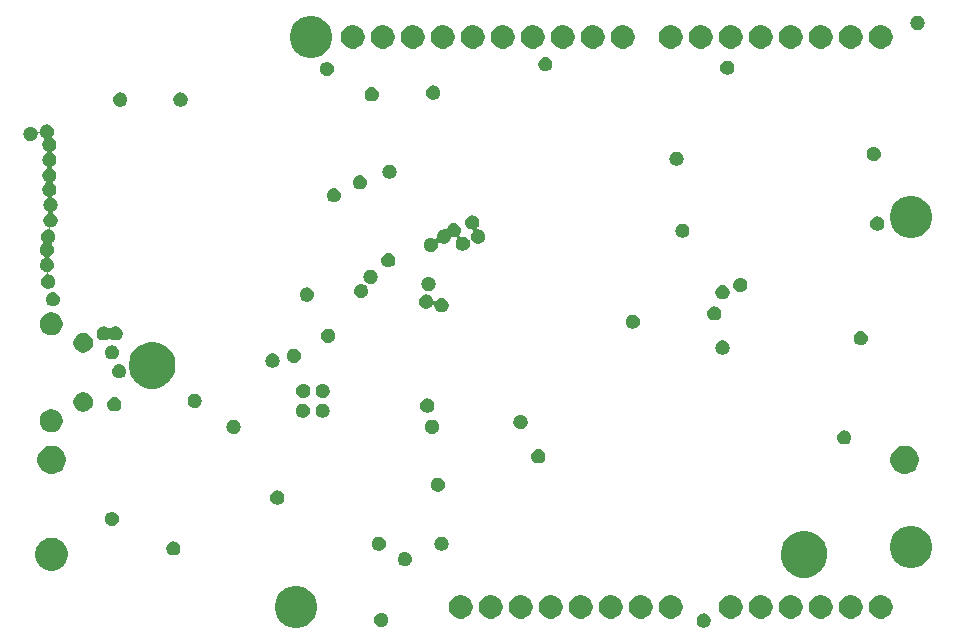
<source format=gbs>
G04 #@! TF.GenerationSoftware,KiCad,Pcbnew,5.0.2-bee76a0~70~ubuntu18.04.1*
G04 #@! TF.CreationDate,2018-12-12T07:55:55+01:00*
G04 #@! TF.ProjectId,esp32-arduino,65737033-322d-4617-9264-75696e6f2e6b,1.0*
G04 #@! TF.SameCoordinates,Original*
G04 #@! TF.FileFunction,Soldermask,Bot*
G04 #@! TF.FilePolarity,Negative*
%FSLAX46Y46*%
G04 Gerber Fmt 4.6, Leading zero omitted, Abs format (unit mm)*
G04 Created by KiCad (PCBNEW 5.0.2-bee76a0~70~ubuntu18.04.1) date Mi 12 Dez 2018 07:55:55 CET*
%MOMM*%
%LPD*%
G01*
G04 APERTURE LIST*
%ADD10C,0.100000*%
G04 APERTURE END LIST*
D10*
G36*
X69191394Y-125741192D02*
X69516698Y-125875937D01*
X69809468Y-126071560D01*
X70058440Y-126320532D01*
X70254063Y-126613302D01*
X70388808Y-126938606D01*
X70457500Y-127283945D01*
X70457500Y-127636055D01*
X70388808Y-127981394D01*
X70254063Y-128306698D01*
X70058440Y-128599468D01*
X69809468Y-128848440D01*
X69516698Y-129044063D01*
X69191394Y-129178808D01*
X68846055Y-129247500D01*
X68493945Y-129247500D01*
X68148606Y-129178808D01*
X67823302Y-129044063D01*
X67530532Y-128848440D01*
X67281560Y-128599468D01*
X67085937Y-128306698D01*
X66951192Y-127981394D01*
X66882500Y-127636055D01*
X66882500Y-127283945D01*
X66951192Y-126938606D01*
X67085937Y-126613302D01*
X67281560Y-126320532D01*
X67530532Y-126071560D01*
X67823302Y-125875937D01*
X68148606Y-125741192D01*
X68493945Y-125672500D01*
X68846055Y-125672500D01*
X69191394Y-125741192D01*
X69191394Y-125741192D01*
G37*
G36*
X103375012Y-128023057D02*
X103484207Y-128068287D01*
X103582481Y-128133952D01*
X103666048Y-128217519D01*
X103731713Y-128315793D01*
X103776943Y-128424988D01*
X103800000Y-128540904D01*
X103800000Y-128659096D01*
X103776943Y-128775012D01*
X103731713Y-128884207D01*
X103666048Y-128982481D01*
X103582481Y-129066048D01*
X103484207Y-129131713D01*
X103375012Y-129176943D01*
X103259096Y-129200000D01*
X103140904Y-129200000D01*
X103024988Y-129176943D01*
X102915793Y-129131713D01*
X102817519Y-129066048D01*
X102733952Y-128982481D01*
X102668287Y-128884207D01*
X102623057Y-128775012D01*
X102600000Y-128659096D01*
X102600000Y-128540904D01*
X102623057Y-128424988D01*
X102668287Y-128315793D01*
X102733952Y-128217519D01*
X102817519Y-128133952D01*
X102915793Y-128068287D01*
X103024988Y-128023057D01*
X103140904Y-128000000D01*
X103259096Y-128000000D01*
X103375012Y-128023057D01*
X103375012Y-128023057D01*
G37*
G36*
X76075012Y-127973057D02*
X76184207Y-128018287D01*
X76282481Y-128083952D01*
X76366048Y-128167519D01*
X76431713Y-128265793D01*
X76476943Y-128374988D01*
X76500000Y-128490904D01*
X76500000Y-128609096D01*
X76476943Y-128725012D01*
X76431713Y-128834207D01*
X76366048Y-128932481D01*
X76282481Y-129016048D01*
X76184207Y-129081713D01*
X76075012Y-129126943D01*
X75959096Y-129150000D01*
X75840904Y-129150000D01*
X75724988Y-129126943D01*
X75615793Y-129081713D01*
X75517519Y-129016048D01*
X75433952Y-128932481D01*
X75368287Y-128834207D01*
X75323057Y-128725012D01*
X75300000Y-128609096D01*
X75300000Y-128490904D01*
X75323057Y-128374988D01*
X75368287Y-128265793D01*
X75433952Y-128167519D01*
X75517519Y-128083952D01*
X75615793Y-128018287D01*
X75724988Y-127973057D01*
X75840904Y-127950000D01*
X75959096Y-127950000D01*
X76075012Y-127973057D01*
X76075012Y-127973057D01*
G37*
G36*
X118375770Y-126475372D02*
X118491689Y-126498429D01*
X118673678Y-126573811D01*
X118837463Y-126683249D01*
X118976751Y-126822537D01*
X119086189Y-126986322D01*
X119161571Y-127168311D01*
X119200000Y-127361509D01*
X119200000Y-127558491D01*
X119161571Y-127751689D01*
X119086189Y-127933678D01*
X118976751Y-128097463D01*
X118837463Y-128236751D01*
X118673678Y-128346189D01*
X118491689Y-128421571D01*
X118375770Y-128444628D01*
X118298493Y-128460000D01*
X118101507Y-128460000D01*
X118024230Y-128444628D01*
X117908311Y-128421571D01*
X117726322Y-128346189D01*
X117562537Y-128236751D01*
X117423249Y-128097463D01*
X117313811Y-127933678D01*
X117238429Y-127751689D01*
X117200000Y-127558491D01*
X117200000Y-127361509D01*
X117238429Y-127168311D01*
X117313811Y-126986322D01*
X117423249Y-126822537D01*
X117562537Y-126683249D01*
X117726322Y-126573811D01*
X117908311Y-126498429D01*
X118024230Y-126475372D01*
X118101507Y-126460000D01*
X118298493Y-126460000D01*
X118375770Y-126475372D01*
X118375770Y-126475372D01*
G37*
G36*
X105675770Y-126475372D02*
X105791689Y-126498429D01*
X105973678Y-126573811D01*
X106137463Y-126683249D01*
X106276751Y-126822537D01*
X106386189Y-126986322D01*
X106461571Y-127168311D01*
X106500000Y-127361509D01*
X106500000Y-127558491D01*
X106461571Y-127751689D01*
X106386189Y-127933678D01*
X106276751Y-128097463D01*
X106137463Y-128236751D01*
X105973678Y-128346189D01*
X105791689Y-128421571D01*
X105675770Y-128444628D01*
X105598493Y-128460000D01*
X105401507Y-128460000D01*
X105324230Y-128444628D01*
X105208311Y-128421571D01*
X105026322Y-128346189D01*
X104862537Y-128236751D01*
X104723249Y-128097463D01*
X104613811Y-127933678D01*
X104538429Y-127751689D01*
X104500000Y-127558491D01*
X104500000Y-127361509D01*
X104538429Y-127168311D01*
X104613811Y-126986322D01*
X104723249Y-126822537D01*
X104862537Y-126683249D01*
X105026322Y-126573811D01*
X105208311Y-126498429D01*
X105324230Y-126475372D01*
X105401507Y-126460000D01*
X105598493Y-126460000D01*
X105675770Y-126475372D01*
X105675770Y-126475372D01*
G37*
G36*
X108215770Y-126475372D02*
X108331689Y-126498429D01*
X108513678Y-126573811D01*
X108677463Y-126683249D01*
X108816751Y-126822537D01*
X108926189Y-126986322D01*
X109001571Y-127168311D01*
X109040000Y-127361509D01*
X109040000Y-127558491D01*
X109001571Y-127751689D01*
X108926189Y-127933678D01*
X108816751Y-128097463D01*
X108677463Y-128236751D01*
X108513678Y-128346189D01*
X108331689Y-128421571D01*
X108215770Y-128444628D01*
X108138493Y-128460000D01*
X107941507Y-128460000D01*
X107864230Y-128444628D01*
X107748311Y-128421571D01*
X107566322Y-128346189D01*
X107402537Y-128236751D01*
X107263249Y-128097463D01*
X107153811Y-127933678D01*
X107078429Y-127751689D01*
X107040000Y-127558491D01*
X107040000Y-127361509D01*
X107078429Y-127168311D01*
X107153811Y-126986322D01*
X107263249Y-126822537D01*
X107402537Y-126683249D01*
X107566322Y-126573811D01*
X107748311Y-126498429D01*
X107864230Y-126475372D01*
X107941507Y-126460000D01*
X108138493Y-126460000D01*
X108215770Y-126475372D01*
X108215770Y-126475372D01*
G37*
G36*
X110755770Y-126475372D02*
X110871689Y-126498429D01*
X111053678Y-126573811D01*
X111217463Y-126683249D01*
X111356751Y-126822537D01*
X111466189Y-126986322D01*
X111541571Y-127168311D01*
X111580000Y-127361509D01*
X111580000Y-127558491D01*
X111541571Y-127751689D01*
X111466189Y-127933678D01*
X111356751Y-128097463D01*
X111217463Y-128236751D01*
X111053678Y-128346189D01*
X110871689Y-128421571D01*
X110755770Y-128444628D01*
X110678493Y-128460000D01*
X110481507Y-128460000D01*
X110404230Y-128444628D01*
X110288311Y-128421571D01*
X110106322Y-128346189D01*
X109942537Y-128236751D01*
X109803249Y-128097463D01*
X109693811Y-127933678D01*
X109618429Y-127751689D01*
X109580000Y-127558491D01*
X109580000Y-127361509D01*
X109618429Y-127168311D01*
X109693811Y-126986322D01*
X109803249Y-126822537D01*
X109942537Y-126683249D01*
X110106322Y-126573811D01*
X110288311Y-126498429D01*
X110404230Y-126475372D01*
X110481507Y-126460000D01*
X110678493Y-126460000D01*
X110755770Y-126475372D01*
X110755770Y-126475372D01*
G37*
G36*
X113295770Y-126475372D02*
X113411689Y-126498429D01*
X113593678Y-126573811D01*
X113757463Y-126683249D01*
X113896751Y-126822537D01*
X114006189Y-126986322D01*
X114081571Y-127168311D01*
X114120000Y-127361509D01*
X114120000Y-127558491D01*
X114081571Y-127751689D01*
X114006189Y-127933678D01*
X113896751Y-128097463D01*
X113757463Y-128236751D01*
X113593678Y-128346189D01*
X113411689Y-128421571D01*
X113295770Y-128444628D01*
X113218493Y-128460000D01*
X113021507Y-128460000D01*
X112944230Y-128444628D01*
X112828311Y-128421571D01*
X112646322Y-128346189D01*
X112482537Y-128236751D01*
X112343249Y-128097463D01*
X112233811Y-127933678D01*
X112158429Y-127751689D01*
X112120000Y-127558491D01*
X112120000Y-127361509D01*
X112158429Y-127168311D01*
X112233811Y-126986322D01*
X112343249Y-126822537D01*
X112482537Y-126683249D01*
X112646322Y-126573811D01*
X112828311Y-126498429D01*
X112944230Y-126475372D01*
X113021507Y-126460000D01*
X113218493Y-126460000D01*
X113295770Y-126475372D01*
X113295770Y-126475372D01*
G37*
G36*
X115835770Y-126475372D02*
X115951689Y-126498429D01*
X116133678Y-126573811D01*
X116297463Y-126683249D01*
X116436751Y-126822537D01*
X116546189Y-126986322D01*
X116621571Y-127168311D01*
X116660000Y-127361509D01*
X116660000Y-127558491D01*
X116621571Y-127751689D01*
X116546189Y-127933678D01*
X116436751Y-128097463D01*
X116297463Y-128236751D01*
X116133678Y-128346189D01*
X115951689Y-128421571D01*
X115835770Y-128444628D01*
X115758493Y-128460000D01*
X115561507Y-128460000D01*
X115484230Y-128444628D01*
X115368311Y-128421571D01*
X115186322Y-128346189D01*
X115022537Y-128236751D01*
X114883249Y-128097463D01*
X114773811Y-127933678D01*
X114698429Y-127751689D01*
X114660000Y-127558491D01*
X114660000Y-127361509D01*
X114698429Y-127168311D01*
X114773811Y-126986322D01*
X114883249Y-126822537D01*
X115022537Y-126683249D01*
X115186322Y-126573811D01*
X115368311Y-126498429D01*
X115484230Y-126475372D01*
X115561507Y-126460000D01*
X115758493Y-126460000D01*
X115835770Y-126475372D01*
X115835770Y-126475372D01*
G37*
G36*
X82815770Y-126475372D02*
X82931689Y-126498429D01*
X83113678Y-126573811D01*
X83277463Y-126683249D01*
X83416751Y-126822537D01*
X83526189Y-126986322D01*
X83601571Y-127168311D01*
X83640000Y-127361509D01*
X83640000Y-127558491D01*
X83601571Y-127751689D01*
X83526189Y-127933678D01*
X83416751Y-128097463D01*
X83277463Y-128236751D01*
X83113678Y-128346189D01*
X82931689Y-128421571D01*
X82815770Y-128444628D01*
X82738493Y-128460000D01*
X82541507Y-128460000D01*
X82464230Y-128444628D01*
X82348311Y-128421571D01*
X82166322Y-128346189D01*
X82002537Y-128236751D01*
X81863249Y-128097463D01*
X81753811Y-127933678D01*
X81678429Y-127751689D01*
X81640000Y-127558491D01*
X81640000Y-127361509D01*
X81678429Y-127168311D01*
X81753811Y-126986322D01*
X81863249Y-126822537D01*
X82002537Y-126683249D01*
X82166322Y-126573811D01*
X82348311Y-126498429D01*
X82464230Y-126475372D01*
X82541507Y-126460000D01*
X82738493Y-126460000D01*
X82815770Y-126475372D01*
X82815770Y-126475372D01*
G37*
G36*
X85355770Y-126475372D02*
X85471689Y-126498429D01*
X85653678Y-126573811D01*
X85817463Y-126683249D01*
X85956751Y-126822537D01*
X86066189Y-126986322D01*
X86141571Y-127168311D01*
X86180000Y-127361509D01*
X86180000Y-127558491D01*
X86141571Y-127751689D01*
X86066189Y-127933678D01*
X85956751Y-128097463D01*
X85817463Y-128236751D01*
X85653678Y-128346189D01*
X85471689Y-128421571D01*
X85355770Y-128444628D01*
X85278493Y-128460000D01*
X85081507Y-128460000D01*
X85004230Y-128444628D01*
X84888311Y-128421571D01*
X84706322Y-128346189D01*
X84542537Y-128236751D01*
X84403249Y-128097463D01*
X84293811Y-127933678D01*
X84218429Y-127751689D01*
X84180000Y-127558491D01*
X84180000Y-127361509D01*
X84218429Y-127168311D01*
X84293811Y-126986322D01*
X84403249Y-126822537D01*
X84542537Y-126683249D01*
X84706322Y-126573811D01*
X84888311Y-126498429D01*
X85004230Y-126475372D01*
X85081507Y-126460000D01*
X85278493Y-126460000D01*
X85355770Y-126475372D01*
X85355770Y-126475372D01*
G37*
G36*
X87895770Y-126475372D02*
X88011689Y-126498429D01*
X88193678Y-126573811D01*
X88357463Y-126683249D01*
X88496751Y-126822537D01*
X88606189Y-126986322D01*
X88681571Y-127168311D01*
X88720000Y-127361509D01*
X88720000Y-127558491D01*
X88681571Y-127751689D01*
X88606189Y-127933678D01*
X88496751Y-128097463D01*
X88357463Y-128236751D01*
X88193678Y-128346189D01*
X88011689Y-128421571D01*
X87895770Y-128444628D01*
X87818493Y-128460000D01*
X87621507Y-128460000D01*
X87544230Y-128444628D01*
X87428311Y-128421571D01*
X87246322Y-128346189D01*
X87082537Y-128236751D01*
X86943249Y-128097463D01*
X86833811Y-127933678D01*
X86758429Y-127751689D01*
X86720000Y-127558491D01*
X86720000Y-127361509D01*
X86758429Y-127168311D01*
X86833811Y-126986322D01*
X86943249Y-126822537D01*
X87082537Y-126683249D01*
X87246322Y-126573811D01*
X87428311Y-126498429D01*
X87544230Y-126475372D01*
X87621507Y-126460000D01*
X87818493Y-126460000D01*
X87895770Y-126475372D01*
X87895770Y-126475372D01*
G37*
G36*
X90435770Y-126475372D02*
X90551689Y-126498429D01*
X90733678Y-126573811D01*
X90897463Y-126683249D01*
X91036751Y-126822537D01*
X91146189Y-126986322D01*
X91221571Y-127168311D01*
X91260000Y-127361509D01*
X91260000Y-127558491D01*
X91221571Y-127751689D01*
X91146189Y-127933678D01*
X91036751Y-128097463D01*
X90897463Y-128236751D01*
X90733678Y-128346189D01*
X90551689Y-128421571D01*
X90435770Y-128444628D01*
X90358493Y-128460000D01*
X90161507Y-128460000D01*
X90084230Y-128444628D01*
X89968311Y-128421571D01*
X89786322Y-128346189D01*
X89622537Y-128236751D01*
X89483249Y-128097463D01*
X89373811Y-127933678D01*
X89298429Y-127751689D01*
X89260000Y-127558491D01*
X89260000Y-127361509D01*
X89298429Y-127168311D01*
X89373811Y-126986322D01*
X89483249Y-126822537D01*
X89622537Y-126683249D01*
X89786322Y-126573811D01*
X89968311Y-126498429D01*
X90084230Y-126475372D01*
X90161507Y-126460000D01*
X90358493Y-126460000D01*
X90435770Y-126475372D01*
X90435770Y-126475372D01*
G37*
G36*
X92975770Y-126475372D02*
X93091689Y-126498429D01*
X93273678Y-126573811D01*
X93437463Y-126683249D01*
X93576751Y-126822537D01*
X93686189Y-126986322D01*
X93761571Y-127168311D01*
X93800000Y-127361509D01*
X93800000Y-127558491D01*
X93761571Y-127751689D01*
X93686189Y-127933678D01*
X93576751Y-128097463D01*
X93437463Y-128236751D01*
X93273678Y-128346189D01*
X93091689Y-128421571D01*
X92975770Y-128444628D01*
X92898493Y-128460000D01*
X92701507Y-128460000D01*
X92624230Y-128444628D01*
X92508311Y-128421571D01*
X92326322Y-128346189D01*
X92162537Y-128236751D01*
X92023249Y-128097463D01*
X91913811Y-127933678D01*
X91838429Y-127751689D01*
X91800000Y-127558491D01*
X91800000Y-127361509D01*
X91838429Y-127168311D01*
X91913811Y-126986322D01*
X92023249Y-126822537D01*
X92162537Y-126683249D01*
X92326322Y-126573811D01*
X92508311Y-126498429D01*
X92624230Y-126475372D01*
X92701507Y-126460000D01*
X92898493Y-126460000D01*
X92975770Y-126475372D01*
X92975770Y-126475372D01*
G37*
G36*
X95515770Y-126475372D02*
X95631689Y-126498429D01*
X95813678Y-126573811D01*
X95977463Y-126683249D01*
X96116751Y-126822537D01*
X96226189Y-126986322D01*
X96301571Y-127168311D01*
X96340000Y-127361509D01*
X96340000Y-127558491D01*
X96301571Y-127751689D01*
X96226189Y-127933678D01*
X96116751Y-128097463D01*
X95977463Y-128236751D01*
X95813678Y-128346189D01*
X95631689Y-128421571D01*
X95515770Y-128444628D01*
X95438493Y-128460000D01*
X95241507Y-128460000D01*
X95164230Y-128444628D01*
X95048311Y-128421571D01*
X94866322Y-128346189D01*
X94702537Y-128236751D01*
X94563249Y-128097463D01*
X94453811Y-127933678D01*
X94378429Y-127751689D01*
X94340000Y-127558491D01*
X94340000Y-127361509D01*
X94378429Y-127168311D01*
X94453811Y-126986322D01*
X94563249Y-126822537D01*
X94702537Y-126683249D01*
X94866322Y-126573811D01*
X95048311Y-126498429D01*
X95164230Y-126475372D01*
X95241507Y-126460000D01*
X95438493Y-126460000D01*
X95515770Y-126475372D01*
X95515770Y-126475372D01*
G37*
G36*
X98055770Y-126475372D02*
X98171689Y-126498429D01*
X98353678Y-126573811D01*
X98517463Y-126683249D01*
X98656751Y-126822537D01*
X98766189Y-126986322D01*
X98841571Y-127168311D01*
X98880000Y-127361509D01*
X98880000Y-127558491D01*
X98841571Y-127751689D01*
X98766189Y-127933678D01*
X98656751Y-128097463D01*
X98517463Y-128236751D01*
X98353678Y-128346189D01*
X98171689Y-128421571D01*
X98055770Y-128444628D01*
X97978493Y-128460000D01*
X97781507Y-128460000D01*
X97704230Y-128444628D01*
X97588311Y-128421571D01*
X97406322Y-128346189D01*
X97242537Y-128236751D01*
X97103249Y-128097463D01*
X96993811Y-127933678D01*
X96918429Y-127751689D01*
X96880000Y-127558491D01*
X96880000Y-127361509D01*
X96918429Y-127168311D01*
X96993811Y-126986322D01*
X97103249Y-126822537D01*
X97242537Y-126683249D01*
X97406322Y-126573811D01*
X97588311Y-126498429D01*
X97704230Y-126475372D01*
X97781507Y-126460000D01*
X97978493Y-126460000D01*
X98055770Y-126475372D01*
X98055770Y-126475372D01*
G37*
G36*
X100595770Y-126475372D02*
X100711689Y-126498429D01*
X100893678Y-126573811D01*
X101057463Y-126683249D01*
X101196751Y-126822537D01*
X101306189Y-126986322D01*
X101381571Y-127168311D01*
X101420000Y-127361509D01*
X101420000Y-127558491D01*
X101381571Y-127751689D01*
X101306189Y-127933678D01*
X101196751Y-128097463D01*
X101057463Y-128236751D01*
X100893678Y-128346189D01*
X100711689Y-128421571D01*
X100595770Y-128444628D01*
X100518493Y-128460000D01*
X100321507Y-128460000D01*
X100244230Y-128444628D01*
X100128311Y-128421571D01*
X99946322Y-128346189D01*
X99782537Y-128236751D01*
X99643249Y-128097463D01*
X99533811Y-127933678D01*
X99458429Y-127751689D01*
X99420000Y-127558491D01*
X99420000Y-127361509D01*
X99458429Y-127168311D01*
X99533811Y-126986322D01*
X99643249Y-126822537D01*
X99782537Y-126683249D01*
X99946322Y-126573811D01*
X100128311Y-126498429D01*
X100244230Y-126475372D01*
X100321507Y-126460000D01*
X100518493Y-126460000D01*
X100595770Y-126475372D01*
X100595770Y-126475372D01*
G37*
G36*
X112276086Y-121100898D02*
X112424965Y-121162566D01*
X112635512Y-121249777D01*
X112958992Y-121465919D01*
X113234081Y-121741008D01*
X113450223Y-122064488D01*
X113512895Y-122215793D01*
X113599102Y-122423914D01*
X113602482Y-122440905D01*
X113675000Y-122805478D01*
X113675000Y-123194522D01*
X113645883Y-123340904D01*
X113599316Y-123575012D01*
X113599102Y-123576085D01*
X113450223Y-123935512D01*
X113234081Y-124258992D01*
X112958992Y-124534081D01*
X112635512Y-124750223D01*
X112424965Y-124837434D01*
X112276086Y-124899102D01*
X111894522Y-124975000D01*
X111505478Y-124975000D01*
X111123914Y-124899102D01*
X110975035Y-124837434D01*
X110764488Y-124750223D01*
X110441008Y-124534081D01*
X110165919Y-124258992D01*
X109949777Y-123935512D01*
X109800898Y-123576085D01*
X109800685Y-123575012D01*
X109754117Y-123340904D01*
X109725000Y-123194522D01*
X109725000Y-122805478D01*
X109797518Y-122440905D01*
X109800898Y-122423914D01*
X109887105Y-122215793D01*
X109949777Y-122064488D01*
X110165919Y-121741008D01*
X110441008Y-121465919D01*
X110764488Y-121249777D01*
X110975035Y-121162566D01*
X111123914Y-121100898D01*
X111505478Y-121025000D01*
X111894522Y-121025000D01*
X112276086Y-121100898D01*
X112276086Y-121100898D01*
G37*
G36*
X48396905Y-121658608D02*
X48650781Y-121763767D01*
X48879264Y-121916435D01*
X49073565Y-122110736D01*
X49226233Y-122339219D01*
X49331392Y-122593095D01*
X49385000Y-122862603D01*
X49385000Y-123137397D01*
X49331392Y-123406905D01*
X49226233Y-123660781D01*
X49073565Y-123889264D01*
X48879264Y-124083565D01*
X48650781Y-124236233D01*
X48396905Y-124341392D01*
X48127397Y-124395000D01*
X47852603Y-124395000D01*
X47583095Y-124341392D01*
X47329219Y-124236233D01*
X47100736Y-124083565D01*
X46906435Y-123889264D01*
X46753767Y-123660781D01*
X46648608Y-123406905D01*
X46595000Y-123137397D01*
X46595000Y-122862603D01*
X46648608Y-122593095D01*
X46753767Y-122339219D01*
X46906435Y-122110736D01*
X47100736Y-121916435D01*
X47329219Y-121763767D01*
X47583095Y-121658608D01*
X47852603Y-121605000D01*
X48127397Y-121605000D01*
X48396905Y-121658608D01*
X48396905Y-121658608D01*
G37*
G36*
X121261394Y-120661192D02*
X121586698Y-120795937D01*
X121879468Y-120991560D01*
X122128440Y-121240532D01*
X122324063Y-121533302D01*
X122458808Y-121858606D01*
X122527500Y-122203945D01*
X122527500Y-122556055D01*
X122458808Y-122901394D01*
X122324063Y-123226698D01*
X122128440Y-123519468D01*
X121879468Y-123768440D01*
X121586698Y-123964063D01*
X121261394Y-124098808D01*
X120916055Y-124167500D01*
X120563945Y-124167500D01*
X120218606Y-124098808D01*
X119893302Y-123964063D01*
X119600532Y-123768440D01*
X119351560Y-123519468D01*
X119155937Y-123226698D01*
X119021192Y-122901394D01*
X118952500Y-122556055D01*
X118952500Y-122203945D01*
X119021192Y-121858606D01*
X119155937Y-121533302D01*
X119351560Y-121240532D01*
X119600532Y-120991560D01*
X119893302Y-120795937D01*
X120218606Y-120661192D01*
X120563945Y-120592500D01*
X120916055Y-120592500D01*
X121261394Y-120661192D01*
X121261394Y-120661192D01*
G37*
G36*
X78075012Y-122823057D02*
X78184207Y-122868287D01*
X78282481Y-122933952D01*
X78366048Y-123017519D01*
X78431713Y-123115793D01*
X78476943Y-123224988D01*
X78500000Y-123340904D01*
X78500000Y-123459096D01*
X78476943Y-123575012D01*
X78431713Y-123684207D01*
X78366048Y-123782481D01*
X78282481Y-123866048D01*
X78184207Y-123931713D01*
X78075012Y-123976943D01*
X77959096Y-124000000D01*
X77840904Y-124000000D01*
X77724988Y-123976943D01*
X77615793Y-123931713D01*
X77517519Y-123866048D01*
X77433952Y-123782481D01*
X77368287Y-123684207D01*
X77323057Y-123575012D01*
X77300000Y-123459096D01*
X77300000Y-123340904D01*
X77323057Y-123224988D01*
X77368287Y-123115793D01*
X77433952Y-123017519D01*
X77517519Y-122933952D01*
X77615793Y-122868287D01*
X77724988Y-122823057D01*
X77840904Y-122800000D01*
X77959096Y-122800000D01*
X78075012Y-122823057D01*
X78075012Y-122823057D01*
G37*
G36*
X58475012Y-121923057D02*
X58584207Y-121968287D01*
X58682481Y-122033952D01*
X58766048Y-122117519D01*
X58831713Y-122215793D01*
X58876943Y-122324988D01*
X58900000Y-122440904D01*
X58900000Y-122559096D01*
X58876943Y-122675012D01*
X58831713Y-122784207D01*
X58766048Y-122882481D01*
X58682481Y-122966048D01*
X58584207Y-123031713D01*
X58475012Y-123076943D01*
X58359096Y-123100000D01*
X58240904Y-123100000D01*
X58124988Y-123076943D01*
X58015793Y-123031713D01*
X57917519Y-122966048D01*
X57833952Y-122882481D01*
X57768287Y-122784207D01*
X57723057Y-122675012D01*
X57700000Y-122559096D01*
X57700000Y-122440904D01*
X57723057Y-122324988D01*
X57768287Y-122215793D01*
X57833952Y-122117519D01*
X57917519Y-122033952D01*
X58015793Y-121968287D01*
X58124988Y-121923057D01*
X58240904Y-121900000D01*
X58359096Y-121900000D01*
X58475012Y-121923057D01*
X58475012Y-121923057D01*
G37*
G36*
X75875012Y-121523057D02*
X75984207Y-121568287D01*
X76082481Y-121633952D01*
X76166048Y-121717519D01*
X76231713Y-121815793D01*
X76276943Y-121924988D01*
X76300000Y-122040904D01*
X76300000Y-122159096D01*
X76276943Y-122275012D01*
X76231713Y-122384207D01*
X76166048Y-122482481D01*
X76082481Y-122566048D01*
X75984207Y-122631713D01*
X75875012Y-122676943D01*
X75759096Y-122700000D01*
X75640904Y-122700000D01*
X75524988Y-122676943D01*
X75415793Y-122631713D01*
X75317519Y-122566048D01*
X75233952Y-122482481D01*
X75168287Y-122384207D01*
X75123057Y-122275012D01*
X75100000Y-122159096D01*
X75100000Y-122040904D01*
X75123057Y-121924988D01*
X75168287Y-121815793D01*
X75233952Y-121717519D01*
X75317519Y-121633952D01*
X75415793Y-121568287D01*
X75524988Y-121523057D01*
X75640904Y-121500000D01*
X75759096Y-121500000D01*
X75875012Y-121523057D01*
X75875012Y-121523057D01*
G37*
G36*
X81175012Y-121523057D02*
X81284207Y-121568287D01*
X81382481Y-121633952D01*
X81466048Y-121717519D01*
X81531713Y-121815793D01*
X81576943Y-121924988D01*
X81600000Y-122040904D01*
X81600000Y-122159096D01*
X81576943Y-122275012D01*
X81531713Y-122384207D01*
X81466048Y-122482481D01*
X81382481Y-122566048D01*
X81284207Y-122631713D01*
X81175012Y-122676943D01*
X81059096Y-122700000D01*
X80940904Y-122700000D01*
X80824988Y-122676943D01*
X80715793Y-122631713D01*
X80617519Y-122566048D01*
X80533952Y-122482481D01*
X80468287Y-122384207D01*
X80423057Y-122275012D01*
X80400000Y-122159096D01*
X80400000Y-122040904D01*
X80423057Y-121924988D01*
X80468287Y-121815793D01*
X80533952Y-121717519D01*
X80617519Y-121633952D01*
X80715793Y-121568287D01*
X80824988Y-121523057D01*
X80940904Y-121500000D01*
X81059096Y-121500000D01*
X81175012Y-121523057D01*
X81175012Y-121523057D01*
G37*
G36*
X53275012Y-119423057D02*
X53384207Y-119468287D01*
X53482481Y-119533952D01*
X53566048Y-119617519D01*
X53631713Y-119715793D01*
X53676943Y-119824988D01*
X53700000Y-119940904D01*
X53700000Y-120059096D01*
X53676943Y-120175012D01*
X53631713Y-120284207D01*
X53566048Y-120382481D01*
X53482481Y-120466048D01*
X53384207Y-120531713D01*
X53275012Y-120576943D01*
X53159096Y-120600000D01*
X53040904Y-120600000D01*
X52924988Y-120576943D01*
X52815793Y-120531713D01*
X52717519Y-120466048D01*
X52633952Y-120382481D01*
X52568287Y-120284207D01*
X52523057Y-120175012D01*
X52500000Y-120059096D01*
X52500000Y-119940904D01*
X52523057Y-119824988D01*
X52568287Y-119715793D01*
X52633952Y-119617519D01*
X52717519Y-119533952D01*
X52815793Y-119468287D01*
X52924988Y-119423057D01*
X53040904Y-119400000D01*
X53159096Y-119400000D01*
X53275012Y-119423057D01*
X53275012Y-119423057D01*
G37*
G36*
X67275012Y-117623057D02*
X67384207Y-117668287D01*
X67482481Y-117733952D01*
X67566048Y-117817519D01*
X67631713Y-117915793D01*
X67676943Y-118024988D01*
X67700000Y-118140904D01*
X67700000Y-118259096D01*
X67676943Y-118375012D01*
X67631713Y-118484207D01*
X67566048Y-118582481D01*
X67482481Y-118666048D01*
X67384207Y-118731713D01*
X67275012Y-118776943D01*
X67159096Y-118800000D01*
X67040904Y-118800000D01*
X66924988Y-118776943D01*
X66815793Y-118731713D01*
X66717519Y-118666048D01*
X66633952Y-118582481D01*
X66568287Y-118484207D01*
X66523057Y-118375012D01*
X66500000Y-118259096D01*
X66500000Y-118140904D01*
X66523057Y-118024988D01*
X66568287Y-117915793D01*
X66633952Y-117817519D01*
X66717519Y-117733952D01*
X66815793Y-117668287D01*
X66924988Y-117623057D01*
X67040904Y-117600000D01*
X67159096Y-117600000D01*
X67275012Y-117623057D01*
X67275012Y-117623057D01*
G37*
G36*
X80875012Y-116523057D02*
X80984207Y-116568287D01*
X81082481Y-116633952D01*
X81166048Y-116717519D01*
X81231713Y-116815793D01*
X81276943Y-116924988D01*
X81300000Y-117040904D01*
X81300000Y-117159096D01*
X81276943Y-117275012D01*
X81231713Y-117384207D01*
X81166048Y-117482481D01*
X81082481Y-117566048D01*
X80984207Y-117631713D01*
X80875012Y-117676943D01*
X80759096Y-117700000D01*
X80640904Y-117700000D01*
X80524988Y-117676943D01*
X80415793Y-117631713D01*
X80317519Y-117566048D01*
X80233952Y-117482481D01*
X80168287Y-117384207D01*
X80123057Y-117275012D01*
X80100000Y-117159096D01*
X80100000Y-117040904D01*
X80123057Y-116924988D01*
X80168287Y-116815793D01*
X80233952Y-116717519D01*
X80317519Y-116633952D01*
X80415793Y-116568287D01*
X80524988Y-116523057D01*
X80640904Y-116500000D01*
X80759096Y-116500000D01*
X80875012Y-116523057D01*
X80875012Y-116523057D01*
G37*
G36*
X48340026Y-113846115D02*
X48558412Y-113936573D01*
X48754958Y-114067901D01*
X48922099Y-114235042D01*
X49053427Y-114431588D01*
X49143885Y-114649974D01*
X49190000Y-114881809D01*
X49190000Y-115118191D01*
X49143885Y-115350026D01*
X49053427Y-115568412D01*
X48922099Y-115764958D01*
X48754958Y-115932099D01*
X48558412Y-116063427D01*
X48340026Y-116153885D01*
X48108191Y-116200000D01*
X47871809Y-116200000D01*
X47639974Y-116153885D01*
X47421588Y-116063427D01*
X47225042Y-115932099D01*
X47057901Y-115764958D01*
X46926573Y-115568412D01*
X46836115Y-115350026D01*
X46790000Y-115118191D01*
X46790000Y-114881809D01*
X46836115Y-114649974D01*
X46926573Y-114431588D01*
X47057901Y-114235042D01*
X47225042Y-114067901D01*
X47421588Y-113936573D01*
X47639974Y-113846115D01*
X47871809Y-113800000D01*
X48108191Y-113800000D01*
X48340026Y-113846115D01*
X48340026Y-113846115D01*
G37*
G36*
X120560026Y-113846115D02*
X120778412Y-113936573D01*
X120974958Y-114067901D01*
X121142099Y-114235042D01*
X121273427Y-114431588D01*
X121363885Y-114649974D01*
X121410000Y-114881809D01*
X121410000Y-115118191D01*
X121363885Y-115350026D01*
X121273427Y-115568412D01*
X121142099Y-115764958D01*
X120974958Y-115932099D01*
X120778412Y-116063427D01*
X120560026Y-116153885D01*
X120328191Y-116200000D01*
X120091809Y-116200000D01*
X119859974Y-116153885D01*
X119641588Y-116063427D01*
X119445042Y-115932099D01*
X119277901Y-115764958D01*
X119146573Y-115568412D01*
X119056115Y-115350026D01*
X119010000Y-115118191D01*
X119010000Y-114881809D01*
X119056115Y-114649974D01*
X119146573Y-114431588D01*
X119277901Y-114235042D01*
X119445042Y-114067901D01*
X119641588Y-113936573D01*
X119859974Y-113846115D01*
X120091809Y-113800000D01*
X120328191Y-113800000D01*
X120560026Y-113846115D01*
X120560026Y-113846115D01*
G37*
G36*
X89375012Y-114123057D02*
X89484207Y-114168287D01*
X89582481Y-114233952D01*
X89666048Y-114317519D01*
X89731713Y-114415793D01*
X89776943Y-114524988D01*
X89800000Y-114640904D01*
X89800000Y-114759096D01*
X89776943Y-114875012D01*
X89731713Y-114984207D01*
X89666048Y-115082481D01*
X89582481Y-115166048D01*
X89484207Y-115231713D01*
X89375012Y-115276943D01*
X89259096Y-115300000D01*
X89140904Y-115300000D01*
X89024988Y-115276943D01*
X88915793Y-115231713D01*
X88817519Y-115166048D01*
X88733952Y-115082481D01*
X88668287Y-114984207D01*
X88623057Y-114875012D01*
X88600000Y-114759096D01*
X88600000Y-114640904D01*
X88623057Y-114524988D01*
X88668287Y-114415793D01*
X88733952Y-114317519D01*
X88817519Y-114233952D01*
X88915793Y-114168287D01*
X89024988Y-114123057D01*
X89140904Y-114100000D01*
X89259096Y-114100000D01*
X89375012Y-114123057D01*
X89375012Y-114123057D01*
G37*
G36*
X115275012Y-112523057D02*
X115384207Y-112568287D01*
X115482481Y-112633952D01*
X115566048Y-112717519D01*
X115631713Y-112815793D01*
X115676943Y-112924988D01*
X115700000Y-113040904D01*
X115700000Y-113159096D01*
X115676943Y-113275012D01*
X115631713Y-113384207D01*
X115566048Y-113482481D01*
X115482481Y-113566048D01*
X115384207Y-113631713D01*
X115275012Y-113676943D01*
X115159096Y-113700000D01*
X115040904Y-113700000D01*
X114924988Y-113676943D01*
X114815793Y-113631713D01*
X114717519Y-113566048D01*
X114633952Y-113482481D01*
X114568287Y-113384207D01*
X114523057Y-113275012D01*
X114500000Y-113159096D01*
X114500000Y-113040904D01*
X114523057Y-112924988D01*
X114568287Y-112815793D01*
X114633952Y-112717519D01*
X114717519Y-112633952D01*
X114815793Y-112568287D01*
X114924988Y-112523057D01*
X115040904Y-112500000D01*
X115159096Y-112500000D01*
X115275012Y-112523057D01*
X115275012Y-112523057D01*
G37*
G36*
X80375012Y-111623057D02*
X80484207Y-111668287D01*
X80582481Y-111733952D01*
X80666048Y-111817519D01*
X80731713Y-111915793D01*
X80776943Y-112024988D01*
X80800000Y-112140904D01*
X80800000Y-112259096D01*
X80776943Y-112375012D01*
X80731713Y-112484207D01*
X80666048Y-112582481D01*
X80582481Y-112666048D01*
X80484207Y-112731713D01*
X80375012Y-112776943D01*
X80259096Y-112800000D01*
X80140904Y-112800000D01*
X80024988Y-112776943D01*
X79915793Y-112731713D01*
X79817519Y-112666048D01*
X79733952Y-112582481D01*
X79668287Y-112484207D01*
X79623057Y-112375012D01*
X79600000Y-112259096D01*
X79600000Y-112140904D01*
X79623057Y-112024988D01*
X79668287Y-111915793D01*
X79733952Y-111817519D01*
X79817519Y-111733952D01*
X79915793Y-111668287D01*
X80024988Y-111623057D01*
X80140904Y-111600000D01*
X80259096Y-111600000D01*
X80375012Y-111623057D01*
X80375012Y-111623057D01*
G37*
G36*
X63575012Y-111623057D02*
X63684207Y-111668287D01*
X63782481Y-111733952D01*
X63866048Y-111817519D01*
X63931713Y-111915793D01*
X63976943Y-112024988D01*
X64000000Y-112140904D01*
X64000000Y-112259096D01*
X63976943Y-112375012D01*
X63931713Y-112484207D01*
X63866048Y-112582481D01*
X63782481Y-112666048D01*
X63684207Y-112731713D01*
X63575012Y-112776943D01*
X63459096Y-112800000D01*
X63340904Y-112800000D01*
X63224988Y-112776943D01*
X63115793Y-112731713D01*
X63017519Y-112666048D01*
X62933952Y-112582481D01*
X62868287Y-112484207D01*
X62823057Y-112375012D01*
X62800000Y-112259096D01*
X62800000Y-112140904D01*
X62823057Y-112024988D01*
X62868287Y-111915793D01*
X62933952Y-111817519D01*
X63017519Y-111733952D01*
X63115793Y-111668287D01*
X63224988Y-111623057D01*
X63340904Y-111600000D01*
X63459096Y-111600000D01*
X63575012Y-111623057D01*
X63575012Y-111623057D01*
G37*
G36*
X48246937Y-110762468D02*
X48424376Y-110835966D01*
X48584067Y-110942668D01*
X48719872Y-111078473D01*
X48826574Y-111238164D01*
X48900072Y-111415603D01*
X48937540Y-111603971D01*
X48937540Y-111796029D01*
X48900072Y-111984397D01*
X48826574Y-112161836D01*
X48719872Y-112321527D01*
X48584067Y-112457332D01*
X48424376Y-112564034D01*
X48246937Y-112637532D01*
X48058569Y-112675000D01*
X47866511Y-112675000D01*
X47678143Y-112637532D01*
X47500704Y-112564034D01*
X47341013Y-112457332D01*
X47205208Y-112321527D01*
X47098506Y-112161836D01*
X47025008Y-111984397D01*
X46987540Y-111796029D01*
X46987540Y-111603971D01*
X47025008Y-111415603D01*
X47098506Y-111238164D01*
X47205208Y-111078473D01*
X47341013Y-110942668D01*
X47500704Y-110835966D01*
X47678143Y-110762468D01*
X47866511Y-110725000D01*
X48058569Y-110725000D01*
X48246937Y-110762468D01*
X48246937Y-110762468D01*
G37*
G36*
X87875012Y-111223057D02*
X87984207Y-111268287D01*
X88082481Y-111333952D01*
X88166048Y-111417519D01*
X88231713Y-111515793D01*
X88276943Y-111624988D01*
X88300000Y-111740904D01*
X88300000Y-111859096D01*
X88276943Y-111975012D01*
X88231713Y-112084207D01*
X88166048Y-112182481D01*
X88082481Y-112266048D01*
X87984207Y-112331713D01*
X87875012Y-112376943D01*
X87759096Y-112400000D01*
X87640904Y-112400000D01*
X87524988Y-112376943D01*
X87415793Y-112331713D01*
X87317519Y-112266048D01*
X87233952Y-112182481D01*
X87168287Y-112084207D01*
X87123057Y-111975012D01*
X87100000Y-111859096D01*
X87100000Y-111740904D01*
X87123057Y-111624988D01*
X87168287Y-111515793D01*
X87233952Y-111417519D01*
X87317519Y-111333952D01*
X87415793Y-111268287D01*
X87524988Y-111223057D01*
X87640904Y-111200000D01*
X87759096Y-111200000D01*
X87875012Y-111223057D01*
X87875012Y-111223057D01*
G37*
G36*
X71112512Y-110260557D02*
X71221707Y-110305787D01*
X71319981Y-110371452D01*
X71403548Y-110455019D01*
X71469213Y-110553293D01*
X71514443Y-110662488D01*
X71537500Y-110778404D01*
X71537500Y-110896596D01*
X71514443Y-111012512D01*
X71469213Y-111121707D01*
X71403548Y-111219981D01*
X71319981Y-111303548D01*
X71221707Y-111369213D01*
X71112512Y-111414443D01*
X70996596Y-111437500D01*
X70878404Y-111437500D01*
X70762488Y-111414443D01*
X70653293Y-111369213D01*
X70555019Y-111303548D01*
X70471452Y-111219981D01*
X70405787Y-111121707D01*
X70360557Y-111012512D01*
X70337500Y-110896596D01*
X70337500Y-110778404D01*
X70360557Y-110662488D01*
X70405787Y-110553293D01*
X70471452Y-110455019D01*
X70555019Y-110371452D01*
X70653293Y-110305787D01*
X70762488Y-110260557D01*
X70878404Y-110237500D01*
X70996596Y-110237500D01*
X71112512Y-110260557D01*
X71112512Y-110260557D01*
G37*
G36*
X69437512Y-110260557D02*
X69546707Y-110305787D01*
X69644981Y-110371452D01*
X69728548Y-110455019D01*
X69794213Y-110553293D01*
X69839443Y-110662488D01*
X69862500Y-110778404D01*
X69862500Y-110896596D01*
X69839443Y-111012512D01*
X69794213Y-111121707D01*
X69728548Y-111219981D01*
X69644981Y-111303548D01*
X69546707Y-111369213D01*
X69437512Y-111414443D01*
X69321596Y-111437500D01*
X69203404Y-111437500D01*
X69087488Y-111414443D01*
X68978293Y-111369213D01*
X68880019Y-111303548D01*
X68796452Y-111219981D01*
X68730787Y-111121707D01*
X68685557Y-111012512D01*
X68662500Y-110896596D01*
X68662500Y-110778404D01*
X68685557Y-110662488D01*
X68730787Y-110553293D01*
X68796452Y-110455019D01*
X68880019Y-110371452D01*
X68978293Y-110305787D01*
X69087488Y-110260557D01*
X69203404Y-110237500D01*
X69321596Y-110237500D01*
X69437512Y-110260557D01*
X69437512Y-110260557D01*
G37*
G36*
X79975012Y-109823057D02*
X80084207Y-109868287D01*
X80182481Y-109933952D01*
X80266048Y-110017519D01*
X80331713Y-110115793D01*
X80376943Y-110224988D01*
X80400000Y-110340904D01*
X80400000Y-110459096D01*
X80376943Y-110575012D01*
X80331713Y-110684207D01*
X80266048Y-110782481D01*
X80182481Y-110866048D01*
X80084207Y-110931713D01*
X79975012Y-110976943D01*
X79859096Y-111000000D01*
X79740904Y-111000000D01*
X79624988Y-110976943D01*
X79515793Y-110931713D01*
X79417519Y-110866048D01*
X79333952Y-110782481D01*
X79268287Y-110684207D01*
X79223057Y-110575012D01*
X79200000Y-110459096D01*
X79200000Y-110340904D01*
X79223057Y-110224988D01*
X79268287Y-110115793D01*
X79333952Y-110017519D01*
X79417519Y-109933952D01*
X79515793Y-109868287D01*
X79624988Y-109823057D01*
X79740904Y-109800000D01*
X79859096Y-109800000D01*
X79975012Y-109823057D01*
X79975012Y-109823057D01*
G37*
G36*
X50850054Y-109295236D02*
X50903184Y-109305804D01*
X51053324Y-109367994D01*
X51135731Y-109423057D01*
X51188450Y-109458283D01*
X51303357Y-109573190D01*
X51303359Y-109573193D01*
X51393646Y-109708316D01*
X51441972Y-109824986D01*
X51455836Y-109858457D01*
X51487540Y-110017843D01*
X51487540Y-110180357D01*
X51478662Y-110224988D01*
X51455836Y-110339744D01*
X51393646Y-110489884D01*
X51330621Y-110584207D01*
X51303357Y-110625010D01*
X51188450Y-110739917D01*
X51188447Y-110739919D01*
X51053324Y-110830206D01*
X50903184Y-110892396D01*
X50850054Y-110902964D01*
X50743797Y-110924100D01*
X50581283Y-110924100D01*
X50475026Y-110902964D01*
X50421896Y-110892396D01*
X50271756Y-110830206D01*
X50136633Y-110739919D01*
X50136630Y-110739917D01*
X50021723Y-110625010D01*
X49994459Y-110584207D01*
X49931434Y-110489884D01*
X49869244Y-110339744D01*
X49846418Y-110224988D01*
X49837540Y-110180357D01*
X49837540Y-110017843D01*
X49869244Y-109858457D01*
X49883108Y-109824986D01*
X49931434Y-109708316D01*
X50021721Y-109573193D01*
X50021723Y-109573190D01*
X50136630Y-109458283D01*
X50189349Y-109423057D01*
X50271756Y-109367994D01*
X50421896Y-109305804D01*
X50475026Y-109295236D01*
X50581283Y-109274100D01*
X50743797Y-109274100D01*
X50850054Y-109295236D01*
X50850054Y-109295236D01*
G37*
G36*
X53475012Y-109723057D02*
X53584207Y-109768287D01*
X53682481Y-109833952D01*
X53766048Y-109917519D01*
X53831713Y-110015793D01*
X53876943Y-110124988D01*
X53900000Y-110240904D01*
X53900000Y-110359096D01*
X53876943Y-110475012D01*
X53831713Y-110584207D01*
X53766048Y-110682481D01*
X53682481Y-110766048D01*
X53584207Y-110831713D01*
X53475012Y-110876943D01*
X53359096Y-110900000D01*
X53240904Y-110900000D01*
X53124988Y-110876943D01*
X53015793Y-110831713D01*
X52917519Y-110766048D01*
X52833952Y-110682481D01*
X52768287Y-110584207D01*
X52723057Y-110475012D01*
X52700000Y-110359096D01*
X52700000Y-110240904D01*
X52723057Y-110124988D01*
X52768287Y-110015793D01*
X52833952Y-109917519D01*
X52917519Y-109833952D01*
X53015793Y-109768287D01*
X53124988Y-109723057D01*
X53240904Y-109700000D01*
X53359096Y-109700000D01*
X53475012Y-109723057D01*
X53475012Y-109723057D01*
G37*
G36*
X60275012Y-109423057D02*
X60384207Y-109468287D01*
X60482481Y-109533952D01*
X60566048Y-109617519D01*
X60631713Y-109715793D01*
X60676943Y-109824988D01*
X60700000Y-109940904D01*
X60700000Y-110059096D01*
X60676943Y-110175012D01*
X60631713Y-110284207D01*
X60566048Y-110382481D01*
X60482481Y-110466048D01*
X60384207Y-110531713D01*
X60275012Y-110576943D01*
X60159096Y-110600000D01*
X60040904Y-110600000D01*
X59924988Y-110576943D01*
X59815793Y-110531713D01*
X59717519Y-110466048D01*
X59633952Y-110382481D01*
X59568287Y-110284207D01*
X59523057Y-110175012D01*
X59500000Y-110059096D01*
X59500000Y-109940904D01*
X59523057Y-109824988D01*
X59568287Y-109715793D01*
X59633952Y-109617519D01*
X59717519Y-109533952D01*
X59815793Y-109468287D01*
X59924988Y-109423057D01*
X60040904Y-109400000D01*
X60159096Y-109400000D01*
X60275012Y-109423057D01*
X60275012Y-109423057D01*
G37*
G36*
X69475012Y-108585557D02*
X69584207Y-108630787D01*
X69682481Y-108696452D01*
X69766048Y-108780019D01*
X69831713Y-108878293D01*
X69876943Y-108987488D01*
X69900000Y-109103404D01*
X69900000Y-109221596D01*
X69876943Y-109337512D01*
X69831713Y-109446707D01*
X69766048Y-109544981D01*
X69682481Y-109628548D01*
X69584207Y-109694213D01*
X69475012Y-109739443D01*
X69359096Y-109762500D01*
X69240904Y-109762500D01*
X69124988Y-109739443D01*
X69015793Y-109694213D01*
X68917519Y-109628548D01*
X68833952Y-109544981D01*
X68768287Y-109446707D01*
X68723057Y-109337512D01*
X68700000Y-109221596D01*
X68700000Y-109103404D01*
X68723057Y-108987488D01*
X68768287Y-108878293D01*
X68833952Y-108780019D01*
X68917519Y-108696452D01*
X69015793Y-108630787D01*
X69124988Y-108585557D01*
X69240904Y-108562500D01*
X69359096Y-108562500D01*
X69475012Y-108585557D01*
X69475012Y-108585557D01*
G37*
G36*
X71112512Y-108585557D02*
X71221707Y-108630787D01*
X71319981Y-108696452D01*
X71403548Y-108780019D01*
X71469213Y-108878293D01*
X71514443Y-108987488D01*
X71537500Y-109103404D01*
X71537500Y-109221596D01*
X71514443Y-109337512D01*
X71469213Y-109446707D01*
X71403548Y-109544981D01*
X71319981Y-109628548D01*
X71221707Y-109694213D01*
X71112512Y-109739443D01*
X70996596Y-109762500D01*
X70878404Y-109762500D01*
X70762488Y-109739443D01*
X70653293Y-109694213D01*
X70555019Y-109628548D01*
X70471452Y-109544981D01*
X70405787Y-109446707D01*
X70360557Y-109337512D01*
X70337500Y-109221596D01*
X70337500Y-109103404D01*
X70360557Y-108987488D01*
X70405787Y-108878293D01*
X70471452Y-108780019D01*
X70555019Y-108696452D01*
X70653293Y-108630787D01*
X70762488Y-108585557D01*
X70878404Y-108562500D01*
X70996596Y-108562500D01*
X71112512Y-108585557D01*
X71112512Y-108585557D01*
G37*
G36*
X57076086Y-105100898D02*
X57224965Y-105162566D01*
X57435512Y-105249777D01*
X57758992Y-105465919D01*
X58034081Y-105741008D01*
X58250223Y-106064488D01*
X58327735Y-106251620D01*
X58399102Y-106423914D01*
X58401653Y-106436738D01*
X58475000Y-106805478D01*
X58475000Y-107194522D01*
X58437051Y-107385303D01*
X58399102Y-107576086D01*
X58337434Y-107724965D01*
X58250223Y-107935512D01*
X58034081Y-108258992D01*
X57758992Y-108534081D01*
X57435512Y-108750223D01*
X57224965Y-108837434D01*
X57076086Y-108899102D01*
X56694522Y-108975000D01*
X56305478Y-108975000D01*
X55923914Y-108899102D01*
X55775035Y-108837434D01*
X55564488Y-108750223D01*
X55241008Y-108534081D01*
X54965919Y-108258992D01*
X54749777Y-107935512D01*
X54662566Y-107724965D01*
X54600898Y-107576086D01*
X54525000Y-107194522D01*
X54525000Y-106805478D01*
X54598347Y-106436738D01*
X54600898Y-106423914D01*
X54672265Y-106251620D01*
X54749777Y-106064488D01*
X54965919Y-105741008D01*
X55241008Y-105465919D01*
X55564488Y-105249777D01*
X55775035Y-105162566D01*
X55923914Y-105100898D01*
X56305478Y-105025000D01*
X56694522Y-105025000D01*
X57076086Y-105100898D01*
X57076086Y-105100898D01*
G37*
G36*
X53875012Y-106923057D02*
X53984207Y-106968287D01*
X54082481Y-107033952D01*
X54166048Y-107117519D01*
X54231713Y-107215793D01*
X54276943Y-107324988D01*
X54300000Y-107440904D01*
X54300000Y-107559096D01*
X54276943Y-107675012D01*
X54231713Y-107784207D01*
X54166048Y-107882481D01*
X54082481Y-107966048D01*
X53984207Y-108031713D01*
X53875012Y-108076943D01*
X53759096Y-108100000D01*
X53640904Y-108100000D01*
X53524988Y-108076943D01*
X53415793Y-108031713D01*
X53317519Y-107966048D01*
X53233952Y-107882481D01*
X53168287Y-107784207D01*
X53123057Y-107675012D01*
X53100000Y-107559096D01*
X53100000Y-107440904D01*
X53123057Y-107324988D01*
X53168287Y-107215793D01*
X53233952Y-107117519D01*
X53317519Y-107033952D01*
X53415793Y-106968287D01*
X53524988Y-106923057D01*
X53640904Y-106900000D01*
X53759096Y-106900000D01*
X53875012Y-106923057D01*
X53875012Y-106923057D01*
G37*
G36*
X66875012Y-106023057D02*
X66984207Y-106068287D01*
X67082481Y-106133952D01*
X67166048Y-106217519D01*
X67231713Y-106315793D01*
X67276943Y-106424988D01*
X67300000Y-106540904D01*
X67300000Y-106659096D01*
X67276943Y-106775012D01*
X67231713Y-106884207D01*
X67166048Y-106982481D01*
X67082481Y-107066048D01*
X66984207Y-107131713D01*
X66875012Y-107176943D01*
X66759096Y-107200000D01*
X66640904Y-107200000D01*
X66524988Y-107176943D01*
X66415793Y-107131713D01*
X66317519Y-107066048D01*
X66233952Y-106982481D01*
X66168287Y-106884207D01*
X66123057Y-106775012D01*
X66100000Y-106659096D01*
X66100000Y-106540904D01*
X66123057Y-106424988D01*
X66168287Y-106315793D01*
X66233952Y-106217519D01*
X66317519Y-106133952D01*
X66415793Y-106068287D01*
X66524988Y-106023057D01*
X66640904Y-106000000D01*
X66759096Y-106000000D01*
X66875012Y-106023057D01*
X66875012Y-106023057D01*
G37*
G36*
X68682487Y-105615582D02*
X68791682Y-105660812D01*
X68889956Y-105726477D01*
X68973523Y-105810044D01*
X69039188Y-105908318D01*
X69084418Y-106017513D01*
X69107475Y-106133429D01*
X69107475Y-106251621D01*
X69084418Y-106367537D01*
X69039188Y-106476732D01*
X68973523Y-106575006D01*
X68889956Y-106658573D01*
X68791682Y-106724238D01*
X68682487Y-106769468D01*
X68566571Y-106792525D01*
X68448379Y-106792525D01*
X68332463Y-106769468D01*
X68223268Y-106724238D01*
X68124994Y-106658573D01*
X68041427Y-106575006D01*
X67975762Y-106476732D01*
X67930532Y-106367537D01*
X67907475Y-106251621D01*
X67907475Y-106133429D01*
X67930532Y-106017513D01*
X67975762Y-105908318D01*
X68041427Y-105810044D01*
X68124994Y-105726477D01*
X68223268Y-105660812D01*
X68332463Y-105615582D01*
X68448379Y-105592525D01*
X68566571Y-105592525D01*
X68682487Y-105615582D01*
X68682487Y-105615582D01*
G37*
G36*
X53280037Y-105328082D02*
X53389232Y-105373312D01*
X53487506Y-105438977D01*
X53571073Y-105522544D01*
X53636738Y-105620818D01*
X53681968Y-105730013D01*
X53705025Y-105845929D01*
X53705025Y-105964121D01*
X53681968Y-106080037D01*
X53636738Y-106189232D01*
X53571073Y-106287506D01*
X53487506Y-106371073D01*
X53389232Y-106436738D01*
X53280037Y-106481968D01*
X53164121Y-106505025D01*
X53045929Y-106505025D01*
X52930013Y-106481968D01*
X52820818Y-106436738D01*
X52722544Y-106371073D01*
X52638977Y-106287506D01*
X52573312Y-106189232D01*
X52528082Y-106080037D01*
X52505025Y-105964121D01*
X52505025Y-105845929D01*
X52528082Y-105730013D01*
X52573312Y-105620818D01*
X52638977Y-105522544D01*
X52722544Y-105438977D01*
X52820818Y-105373312D01*
X52930013Y-105328082D01*
X53045929Y-105305025D01*
X53164121Y-105305025D01*
X53280037Y-105328082D01*
X53280037Y-105328082D01*
G37*
G36*
X104975012Y-104923057D02*
X105084207Y-104968287D01*
X105182481Y-105033952D01*
X105266048Y-105117519D01*
X105331713Y-105215793D01*
X105376943Y-105324988D01*
X105400000Y-105440904D01*
X105400000Y-105559096D01*
X105376943Y-105675012D01*
X105331713Y-105784207D01*
X105266048Y-105882481D01*
X105182481Y-105966048D01*
X105084207Y-106031713D01*
X104975012Y-106076943D01*
X104859096Y-106100000D01*
X104740904Y-106100000D01*
X104624988Y-106076943D01*
X104515793Y-106031713D01*
X104417519Y-105966048D01*
X104333952Y-105882481D01*
X104268287Y-105784207D01*
X104223057Y-105675012D01*
X104200000Y-105559096D01*
X104200000Y-105440904D01*
X104223057Y-105324988D01*
X104268287Y-105215793D01*
X104333952Y-105117519D01*
X104417519Y-105033952D01*
X104515793Y-104968287D01*
X104624988Y-104923057D01*
X104740904Y-104900000D01*
X104859096Y-104900000D01*
X104975012Y-104923057D01*
X104975012Y-104923057D01*
G37*
G36*
X50850054Y-104295236D02*
X50903184Y-104305804D01*
X51053324Y-104367994D01*
X51162442Y-104440905D01*
X51188450Y-104458283D01*
X51303357Y-104573190D01*
X51303359Y-104573193D01*
X51393646Y-104708316D01*
X51455836Y-104858456D01*
X51459513Y-104876942D01*
X51487540Y-105017843D01*
X51487540Y-105180357D01*
X51473731Y-105249777D01*
X51455836Y-105339744D01*
X51393646Y-105489884D01*
X51325063Y-105592525D01*
X51303357Y-105625010D01*
X51188450Y-105739917D01*
X51188447Y-105739919D01*
X51053324Y-105830206D01*
X50903184Y-105892396D01*
X50850054Y-105902964D01*
X50743797Y-105924100D01*
X50581283Y-105924100D01*
X50475026Y-105902964D01*
X50421896Y-105892396D01*
X50271756Y-105830206D01*
X50136633Y-105739919D01*
X50136630Y-105739917D01*
X50021723Y-105625010D01*
X50000017Y-105592525D01*
X49931434Y-105489884D01*
X49869244Y-105339744D01*
X49851349Y-105249777D01*
X49837540Y-105180357D01*
X49837540Y-105017843D01*
X49865567Y-104876942D01*
X49869244Y-104858456D01*
X49931434Y-104708316D01*
X50021721Y-104573193D01*
X50021723Y-104573190D01*
X50136630Y-104458283D01*
X50162638Y-104440905D01*
X50271756Y-104367994D01*
X50421896Y-104305804D01*
X50475026Y-104295236D01*
X50581283Y-104274100D01*
X50743797Y-104274100D01*
X50850054Y-104295236D01*
X50850054Y-104295236D01*
G37*
G36*
X116675012Y-104123057D02*
X116784207Y-104168287D01*
X116882481Y-104233952D01*
X116966048Y-104317519D01*
X117031713Y-104415793D01*
X117076943Y-104524988D01*
X117100000Y-104640904D01*
X117100000Y-104759096D01*
X117076943Y-104875012D01*
X117031713Y-104984207D01*
X116966048Y-105082481D01*
X116882481Y-105166048D01*
X116784207Y-105231713D01*
X116675012Y-105276943D01*
X116559096Y-105300000D01*
X116440904Y-105300000D01*
X116324988Y-105276943D01*
X116215793Y-105231713D01*
X116117519Y-105166048D01*
X116033952Y-105082481D01*
X115968287Y-104984207D01*
X115923057Y-104875012D01*
X115900000Y-104759096D01*
X115900000Y-104640904D01*
X115923057Y-104524988D01*
X115968287Y-104415793D01*
X116033952Y-104317519D01*
X116117519Y-104233952D01*
X116215793Y-104168287D01*
X116324988Y-104123057D01*
X116440904Y-104100000D01*
X116559096Y-104100000D01*
X116675012Y-104123057D01*
X116675012Y-104123057D01*
G37*
G36*
X71575012Y-103923057D02*
X71684207Y-103968287D01*
X71782481Y-104033952D01*
X71866048Y-104117519D01*
X71931713Y-104215793D01*
X71976943Y-104324988D01*
X72000000Y-104440904D01*
X72000000Y-104559096D01*
X71976943Y-104675012D01*
X71931713Y-104784207D01*
X71866048Y-104882481D01*
X71782481Y-104966048D01*
X71684207Y-105031713D01*
X71575012Y-105076943D01*
X71459096Y-105100000D01*
X71340904Y-105100000D01*
X71224988Y-105076943D01*
X71115793Y-105031713D01*
X71017519Y-104966048D01*
X70933952Y-104882481D01*
X70868287Y-104784207D01*
X70823057Y-104675012D01*
X70800000Y-104559096D01*
X70800000Y-104440904D01*
X70823057Y-104324988D01*
X70868287Y-104215793D01*
X70933952Y-104117519D01*
X71017519Y-104033952D01*
X71115793Y-103968287D01*
X71224988Y-103923057D01*
X71340904Y-103900000D01*
X71459096Y-103900000D01*
X71575012Y-103923057D01*
X71575012Y-103923057D01*
G37*
G36*
X52575012Y-103723057D02*
X52684207Y-103768287D01*
X52782481Y-103833952D01*
X52811612Y-103863083D01*
X52830554Y-103878629D01*
X52852165Y-103890180D01*
X52875614Y-103897293D01*
X52900000Y-103899695D01*
X52924386Y-103897293D01*
X52947835Y-103890180D01*
X52969446Y-103878629D01*
X52988388Y-103863083D01*
X53017519Y-103833952D01*
X53115793Y-103768287D01*
X53224988Y-103723057D01*
X53340904Y-103700000D01*
X53459096Y-103700000D01*
X53575012Y-103723057D01*
X53684207Y-103768287D01*
X53782481Y-103833952D01*
X53866048Y-103917519D01*
X53931713Y-104015793D01*
X53976943Y-104124988D01*
X54000000Y-104240904D01*
X54000000Y-104359096D01*
X53976943Y-104475012D01*
X53931713Y-104584207D01*
X53866048Y-104682481D01*
X53782481Y-104766048D01*
X53684207Y-104831713D01*
X53575012Y-104876943D01*
X53459096Y-104900000D01*
X53340904Y-104900000D01*
X53224988Y-104876943D01*
X53115793Y-104831713D01*
X53017519Y-104766048D01*
X52988388Y-104736917D01*
X52969446Y-104721371D01*
X52947835Y-104709820D01*
X52924386Y-104702707D01*
X52900000Y-104700305D01*
X52875614Y-104702707D01*
X52852165Y-104709820D01*
X52830554Y-104721371D01*
X52811612Y-104736917D01*
X52782481Y-104766048D01*
X52684207Y-104831713D01*
X52575012Y-104876943D01*
X52459096Y-104900000D01*
X52340904Y-104900000D01*
X52224988Y-104876943D01*
X52115793Y-104831713D01*
X52017519Y-104766048D01*
X51933952Y-104682481D01*
X51868287Y-104584207D01*
X51823057Y-104475012D01*
X51800000Y-104359096D01*
X51800000Y-104240904D01*
X51823057Y-104124988D01*
X51868287Y-104015793D01*
X51933952Y-103917519D01*
X52017519Y-103833952D01*
X52115793Y-103768287D01*
X52224988Y-103723057D01*
X52340904Y-103700000D01*
X52459096Y-103700000D01*
X52575012Y-103723057D01*
X52575012Y-103723057D01*
G37*
G36*
X48246937Y-102562468D02*
X48424376Y-102635966D01*
X48584067Y-102742668D01*
X48719872Y-102878473D01*
X48826574Y-103038164D01*
X48900072Y-103215603D01*
X48937540Y-103403971D01*
X48937540Y-103596029D01*
X48900072Y-103784397D01*
X48826574Y-103961836D01*
X48719872Y-104121527D01*
X48584067Y-104257332D01*
X48424376Y-104364034D01*
X48246937Y-104437532D01*
X48058569Y-104475000D01*
X47866511Y-104475000D01*
X47678143Y-104437532D01*
X47500704Y-104364034D01*
X47341013Y-104257332D01*
X47205208Y-104121527D01*
X47098506Y-103961836D01*
X47025008Y-103784397D01*
X46987540Y-103596029D01*
X46987540Y-103403971D01*
X47025008Y-103215603D01*
X47098506Y-103038164D01*
X47205208Y-102878473D01*
X47341013Y-102742668D01*
X47500704Y-102635966D01*
X47678143Y-102562468D01*
X47866511Y-102525000D01*
X48058569Y-102525000D01*
X48246937Y-102562468D01*
X48246937Y-102562468D01*
G37*
G36*
X97375012Y-102723057D02*
X97484207Y-102768287D01*
X97582481Y-102833952D01*
X97666048Y-102917519D01*
X97731713Y-103015793D01*
X97776943Y-103124988D01*
X97800000Y-103240904D01*
X97800000Y-103359096D01*
X97776943Y-103475012D01*
X97731713Y-103584207D01*
X97666048Y-103682481D01*
X97582481Y-103766048D01*
X97484207Y-103831713D01*
X97375012Y-103876943D01*
X97259096Y-103900000D01*
X97140904Y-103900000D01*
X97024988Y-103876943D01*
X96915793Y-103831713D01*
X96817519Y-103766048D01*
X96733952Y-103682481D01*
X96668287Y-103584207D01*
X96623057Y-103475012D01*
X96600000Y-103359096D01*
X96600000Y-103240904D01*
X96623057Y-103124988D01*
X96668287Y-103015793D01*
X96733952Y-102917519D01*
X96817519Y-102833952D01*
X96915793Y-102768287D01*
X97024988Y-102723057D01*
X97140904Y-102700000D01*
X97259096Y-102700000D01*
X97375012Y-102723057D01*
X97375012Y-102723057D01*
G37*
G36*
X104275012Y-102023057D02*
X104384207Y-102068287D01*
X104482481Y-102133952D01*
X104566048Y-102217519D01*
X104631713Y-102315793D01*
X104676943Y-102424988D01*
X104700000Y-102540904D01*
X104700000Y-102659096D01*
X104676943Y-102775012D01*
X104631713Y-102884207D01*
X104566048Y-102982481D01*
X104482481Y-103066048D01*
X104384207Y-103131713D01*
X104275012Y-103176943D01*
X104159096Y-103200000D01*
X104040904Y-103200000D01*
X103924988Y-103176943D01*
X103815793Y-103131713D01*
X103717519Y-103066048D01*
X103633952Y-102982481D01*
X103568287Y-102884207D01*
X103523057Y-102775012D01*
X103500000Y-102659096D01*
X103500000Y-102540904D01*
X103523057Y-102424988D01*
X103568287Y-102315793D01*
X103633952Y-102217519D01*
X103717519Y-102133952D01*
X103815793Y-102068287D01*
X103924988Y-102023057D01*
X104040904Y-102000000D01*
X104159096Y-102000000D01*
X104275012Y-102023057D01*
X104275012Y-102023057D01*
G37*
G36*
X79875012Y-101023057D02*
X79984207Y-101068287D01*
X80082481Y-101133952D01*
X80166048Y-101217519D01*
X80166050Y-101217522D01*
X80231713Y-101315793D01*
X80266593Y-101400000D01*
X80276943Y-101424989D01*
X80291211Y-101496717D01*
X80298324Y-101520166D01*
X80309875Y-101541777D01*
X80325421Y-101560719D01*
X80344363Y-101576265D01*
X80365974Y-101587816D01*
X80389423Y-101594929D01*
X80413809Y-101597331D01*
X80438195Y-101594929D01*
X80461644Y-101587816D01*
X80483255Y-101576265D01*
X80502197Y-101560719D01*
X80517742Y-101541778D01*
X80533950Y-101517521D01*
X80617519Y-101433952D01*
X80715793Y-101368287D01*
X80824988Y-101323057D01*
X80940904Y-101300000D01*
X81059096Y-101300000D01*
X81175012Y-101323057D01*
X81284207Y-101368287D01*
X81382481Y-101433952D01*
X81466048Y-101517519D01*
X81531713Y-101615793D01*
X81576943Y-101724988D01*
X81600000Y-101840904D01*
X81600000Y-101959096D01*
X81576943Y-102075012D01*
X81531713Y-102184207D01*
X81466048Y-102282481D01*
X81382481Y-102366048D01*
X81284207Y-102431713D01*
X81175012Y-102476943D01*
X81059096Y-102500000D01*
X80940904Y-102500000D01*
X80824988Y-102476943D01*
X80715793Y-102431713D01*
X80617519Y-102366048D01*
X80533952Y-102282481D01*
X80468287Y-102184207D01*
X80423057Y-102075011D01*
X80408789Y-102003283D01*
X80401676Y-101979834D01*
X80390125Y-101958223D01*
X80374579Y-101939281D01*
X80355637Y-101923735D01*
X80334026Y-101912184D01*
X80310577Y-101905071D01*
X80286191Y-101902669D01*
X80261805Y-101905071D01*
X80238356Y-101912184D01*
X80216745Y-101923735D01*
X80197803Y-101939281D01*
X80182258Y-101958222D01*
X80166050Y-101982479D01*
X80082481Y-102066048D01*
X79984207Y-102131713D01*
X79875012Y-102176943D01*
X79759096Y-102200000D01*
X79640904Y-102200000D01*
X79524988Y-102176943D01*
X79415793Y-102131713D01*
X79317519Y-102066048D01*
X79233952Y-101982481D01*
X79168287Y-101884207D01*
X79123057Y-101775012D01*
X79100000Y-101659096D01*
X79100000Y-101540904D01*
X79123057Y-101424988D01*
X79168287Y-101315793D01*
X79233952Y-101217519D01*
X79317519Y-101133952D01*
X79415793Y-101068287D01*
X79524988Y-101023057D01*
X79640904Y-101000000D01*
X79759096Y-101000000D01*
X79875012Y-101023057D01*
X79875012Y-101023057D01*
G37*
G36*
X48275012Y-100823057D02*
X48384207Y-100868287D01*
X48482481Y-100933952D01*
X48566048Y-101017519D01*
X48631713Y-101115793D01*
X48676943Y-101224988D01*
X48700000Y-101340904D01*
X48700000Y-101459096D01*
X48676943Y-101575012D01*
X48631713Y-101684207D01*
X48566048Y-101782481D01*
X48482481Y-101866048D01*
X48384207Y-101931713D01*
X48275012Y-101976943D01*
X48159096Y-102000000D01*
X48040904Y-102000000D01*
X47924988Y-101976943D01*
X47815793Y-101931713D01*
X47717519Y-101866048D01*
X47633952Y-101782481D01*
X47568287Y-101684207D01*
X47523057Y-101575012D01*
X47500000Y-101459096D01*
X47500000Y-101340904D01*
X47523057Y-101224988D01*
X47568287Y-101115793D01*
X47633952Y-101017519D01*
X47717519Y-100933952D01*
X47815793Y-100868287D01*
X47924988Y-100823057D01*
X48040904Y-100800000D01*
X48159096Y-100800000D01*
X48275012Y-100823057D01*
X48275012Y-100823057D01*
G37*
G36*
X69775012Y-100423057D02*
X69884207Y-100468287D01*
X69982481Y-100533952D01*
X70066048Y-100617519D01*
X70131713Y-100715793D01*
X70176943Y-100824988D01*
X70200000Y-100940904D01*
X70200000Y-101059096D01*
X70176943Y-101175012D01*
X70131713Y-101284207D01*
X70066048Y-101382481D01*
X69982481Y-101466048D01*
X69884207Y-101531713D01*
X69775012Y-101576943D01*
X69659096Y-101600000D01*
X69540904Y-101600000D01*
X69424988Y-101576943D01*
X69315793Y-101531713D01*
X69217519Y-101466048D01*
X69133952Y-101382481D01*
X69068287Y-101284207D01*
X69023057Y-101175012D01*
X69000000Y-101059096D01*
X69000000Y-100940904D01*
X69023057Y-100824988D01*
X69068287Y-100715793D01*
X69133952Y-100617519D01*
X69217519Y-100533952D01*
X69315793Y-100468287D01*
X69424988Y-100423057D01*
X69540904Y-100400000D01*
X69659096Y-100400000D01*
X69775012Y-100423057D01*
X69775012Y-100423057D01*
G37*
G36*
X104975012Y-100223057D02*
X105084207Y-100268287D01*
X105182481Y-100333952D01*
X105266048Y-100417519D01*
X105331713Y-100515793D01*
X105376943Y-100624988D01*
X105400000Y-100740904D01*
X105400000Y-100859096D01*
X105376943Y-100975012D01*
X105331713Y-101084207D01*
X105266048Y-101182481D01*
X105182481Y-101266048D01*
X105084207Y-101331713D01*
X104975012Y-101376943D01*
X104859096Y-101400000D01*
X104740904Y-101400000D01*
X104624988Y-101376943D01*
X104515793Y-101331713D01*
X104417519Y-101266048D01*
X104333952Y-101182481D01*
X104268287Y-101084207D01*
X104223057Y-100975012D01*
X104200000Y-100859096D01*
X104200000Y-100740904D01*
X104223057Y-100624988D01*
X104268287Y-100515793D01*
X104333952Y-100417519D01*
X104417519Y-100333952D01*
X104515793Y-100268287D01*
X104624988Y-100223057D01*
X104740904Y-100200000D01*
X104859096Y-100200000D01*
X104975012Y-100223057D01*
X104975012Y-100223057D01*
G37*
G36*
X74375011Y-100123057D02*
X74375013Y-100123058D01*
X74375014Y-100123058D01*
X74476450Y-100165074D01*
X74499896Y-100172186D01*
X74524283Y-100174588D01*
X74548669Y-100172186D01*
X74552740Y-100170951D01*
X74553119Y-100174798D01*
X74560232Y-100198247D01*
X74571783Y-100219858D01*
X74587329Y-100238800D01*
X74666048Y-100317519D01*
X74731713Y-100415793D01*
X74776943Y-100524988D01*
X74800000Y-100640904D01*
X74800000Y-100759096D01*
X74776943Y-100875012D01*
X74731713Y-100984207D01*
X74666048Y-101082481D01*
X74582481Y-101166048D01*
X74484207Y-101231713D01*
X74375012Y-101276943D01*
X74259096Y-101300000D01*
X74140904Y-101300000D01*
X74024988Y-101276943D01*
X73915793Y-101231713D01*
X73817519Y-101166048D01*
X73733952Y-101082481D01*
X73668287Y-100984207D01*
X73623057Y-100875012D01*
X73600000Y-100759096D01*
X73600000Y-100640904D01*
X73623057Y-100524988D01*
X73668287Y-100415793D01*
X73733952Y-100317519D01*
X73817519Y-100233952D01*
X73915793Y-100168287D01*
X74024988Y-100123057D01*
X74140904Y-100100000D01*
X74259096Y-100100000D01*
X74375011Y-100123057D01*
X74375011Y-100123057D01*
G37*
G36*
X106475012Y-99623057D02*
X106584207Y-99668287D01*
X106682481Y-99733952D01*
X106766048Y-99817519D01*
X106831713Y-99915793D01*
X106876943Y-100024988D01*
X106900000Y-100140904D01*
X106900000Y-100259096D01*
X106876943Y-100375012D01*
X106831713Y-100484207D01*
X106766048Y-100582481D01*
X106682481Y-100666048D01*
X106584207Y-100731713D01*
X106475012Y-100776943D01*
X106359096Y-100800000D01*
X106240904Y-100800000D01*
X106124988Y-100776943D01*
X106015793Y-100731713D01*
X105917519Y-100666048D01*
X105833952Y-100582481D01*
X105768287Y-100484207D01*
X105723057Y-100375012D01*
X105700000Y-100259096D01*
X105700000Y-100140904D01*
X105723057Y-100024988D01*
X105768287Y-99915793D01*
X105833952Y-99817519D01*
X105917519Y-99733952D01*
X106015793Y-99668287D01*
X106124988Y-99623057D01*
X106240904Y-99600000D01*
X106359096Y-99600000D01*
X106475012Y-99623057D01*
X106475012Y-99623057D01*
G37*
G36*
X80075012Y-99523057D02*
X80184207Y-99568287D01*
X80282481Y-99633952D01*
X80366048Y-99717519D01*
X80431713Y-99815793D01*
X80476943Y-99924988D01*
X80500000Y-100040904D01*
X80500000Y-100159096D01*
X80476943Y-100275012D01*
X80431713Y-100384207D01*
X80366048Y-100482481D01*
X80282481Y-100566048D01*
X80184207Y-100631713D01*
X80075012Y-100676943D01*
X79959096Y-100700000D01*
X79840904Y-100700000D01*
X79724988Y-100676943D01*
X79615793Y-100631713D01*
X79517519Y-100566048D01*
X79433952Y-100482481D01*
X79368287Y-100384207D01*
X79323057Y-100275012D01*
X79300000Y-100159096D01*
X79300000Y-100040904D01*
X79323057Y-99924988D01*
X79368287Y-99815793D01*
X79433952Y-99717519D01*
X79517519Y-99633952D01*
X79615793Y-99568287D01*
X79724988Y-99523057D01*
X79840904Y-99500000D01*
X79959096Y-99500000D01*
X80075012Y-99523057D01*
X80075012Y-99523057D01*
G37*
G36*
X47775012Y-86623057D02*
X47884207Y-86668287D01*
X47982481Y-86733952D01*
X48066048Y-86817519D01*
X48131713Y-86915793D01*
X48176943Y-87024988D01*
X48200000Y-87140904D01*
X48200000Y-87259096D01*
X48176943Y-87375012D01*
X48131713Y-87484207D01*
X48063228Y-87586702D01*
X48054094Y-87597831D01*
X48042543Y-87619442D01*
X48035430Y-87642891D01*
X48033028Y-87667277D01*
X48035430Y-87691663D01*
X48042543Y-87715112D01*
X48054094Y-87736723D01*
X48069640Y-87755665D01*
X48088577Y-87771207D01*
X48180642Y-87832723D01*
X48182481Y-87833952D01*
X48266048Y-87917519D01*
X48331713Y-88015793D01*
X48376943Y-88124988D01*
X48400000Y-88240904D01*
X48400000Y-88359096D01*
X48376943Y-88475012D01*
X48331713Y-88584207D01*
X48266048Y-88682481D01*
X48182481Y-88766048D01*
X48182478Y-88766050D01*
X48084207Y-88831713D01*
X48084206Y-88831714D01*
X48084205Y-88831714D01*
X48077443Y-88834515D01*
X48055832Y-88846066D01*
X48036890Y-88861612D01*
X48021344Y-88880554D01*
X48009793Y-88902165D01*
X48002680Y-88925614D01*
X48000278Y-88950000D01*
X48002680Y-88974386D01*
X48009793Y-88997835D01*
X48021344Y-89019446D01*
X48036890Y-89038388D01*
X48055832Y-89053934D01*
X48077443Y-89065485D01*
X48084205Y-89068286D01*
X48084207Y-89068287D01*
X48157887Y-89117519D01*
X48182481Y-89133952D01*
X48266048Y-89217519D01*
X48331713Y-89315793D01*
X48376943Y-89424988D01*
X48400000Y-89540904D01*
X48400000Y-89659096D01*
X48376943Y-89775012D01*
X48331713Y-89884207D01*
X48266048Y-89982481D01*
X48182481Y-90066048D01*
X48182478Y-90066050D01*
X48084207Y-90131713D01*
X48084206Y-90131714D01*
X48084205Y-90131714D01*
X48077443Y-90134515D01*
X48055832Y-90146066D01*
X48036890Y-90161612D01*
X48021344Y-90180554D01*
X48009793Y-90202165D01*
X48002680Y-90225614D01*
X48000278Y-90250000D01*
X48002680Y-90274386D01*
X48009793Y-90297835D01*
X48021344Y-90319446D01*
X48036890Y-90338388D01*
X48055832Y-90353934D01*
X48077443Y-90365485D01*
X48084205Y-90368286D01*
X48084207Y-90368287D01*
X48181170Y-90433076D01*
X48182481Y-90433952D01*
X48266048Y-90517519D01*
X48331713Y-90615793D01*
X48376943Y-90724988D01*
X48400000Y-90840904D01*
X48400000Y-90959096D01*
X48376943Y-91075012D01*
X48331713Y-91184207D01*
X48266048Y-91282481D01*
X48182481Y-91366048D01*
X48137556Y-91396066D01*
X48118614Y-91411612D01*
X48103068Y-91430554D01*
X48091517Y-91452164D01*
X48084404Y-91475614D01*
X48082002Y-91500000D01*
X48084404Y-91524386D01*
X48091517Y-91547835D01*
X48103068Y-91569446D01*
X48118614Y-91588388D01*
X48137556Y-91603934D01*
X48182481Y-91633952D01*
X48266048Y-91717519D01*
X48331713Y-91815793D01*
X48376943Y-91924988D01*
X48400000Y-92040904D01*
X48400000Y-92159096D01*
X48376943Y-92275012D01*
X48331713Y-92384207D01*
X48266048Y-92482481D01*
X48182482Y-92566047D01*
X48182479Y-92566049D01*
X48182478Y-92566050D01*
X48098351Y-92622262D01*
X48079413Y-92637805D01*
X48063868Y-92656747D01*
X48052317Y-92678358D01*
X48045204Y-92701807D01*
X48042802Y-92726193D01*
X48045204Y-92750580D01*
X48052317Y-92774029D01*
X48063868Y-92795640D01*
X48079414Y-92814582D01*
X48098356Y-92830127D01*
X48119967Y-92841678D01*
X48184206Y-92868286D01*
X48282481Y-92933952D01*
X48366048Y-93017519D01*
X48431713Y-93115793D01*
X48476943Y-93224988D01*
X48500000Y-93340904D01*
X48500000Y-93459096D01*
X48476943Y-93575012D01*
X48431713Y-93684207D01*
X48366048Y-93782481D01*
X48282481Y-93866048D01*
X48282478Y-93866050D01*
X48184207Y-93931713D01*
X48184206Y-93931714D01*
X48184205Y-93931714D01*
X48177443Y-93934515D01*
X48155832Y-93946066D01*
X48136890Y-93961612D01*
X48121344Y-93980554D01*
X48109793Y-94002165D01*
X48102680Y-94025614D01*
X48100278Y-94050000D01*
X48102680Y-94074386D01*
X48109793Y-94097835D01*
X48121344Y-94119446D01*
X48136890Y-94138388D01*
X48155832Y-94153934D01*
X48177443Y-94165485D01*
X48184205Y-94168286D01*
X48184207Y-94168287D01*
X48281170Y-94233076D01*
X48282481Y-94233952D01*
X48366048Y-94317519D01*
X48431713Y-94415793D01*
X48476943Y-94524988D01*
X48500000Y-94640904D01*
X48500000Y-94759096D01*
X48476943Y-94875012D01*
X48431713Y-94984207D01*
X48366048Y-95082481D01*
X48282481Y-95166048D01*
X48184207Y-95231713D01*
X48075012Y-95276943D01*
X47953380Y-95301137D01*
X47940537Y-95302402D01*
X47917088Y-95309515D01*
X47895477Y-95321066D01*
X47876535Y-95336612D01*
X47860989Y-95355554D01*
X47849438Y-95377165D01*
X47842325Y-95400614D01*
X47839923Y-95425000D01*
X47842325Y-95449386D01*
X47849438Y-95472835D01*
X47860989Y-95494446D01*
X47876535Y-95513388D01*
X47895477Y-95528934D01*
X47917087Y-95540485D01*
X47984207Y-95568287D01*
X48082481Y-95633952D01*
X48166048Y-95717519D01*
X48231713Y-95815793D01*
X48276943Y-95924988D01*
X48300000Y-96040904D01*
X48300000Y-96159096D01*
X48276943Y-96275012D01*
X48231713Y-96384207D01*
X48166048Y-96482481D01*
X48082479Y-96566050D01*
X48048527Y-96588736D01*
X48029585Y-96604281D01*
X48014040Y-96623223D01*
X48002489Y-96644834D01*
X47995376Y-96668283D01*
X47992974Y-96692669D01*
X47995376Y-96717056D01*
X48002489Y-96740505D01*
X48014041Y-96762116D01*
X48029586Y-96781057D01*
X48066048Y-96817519D01*
X48131713Y-96915793D01*
X48176943Y-97024988D01*
X48200000Y-97140904D01*
X48200000Y-97259096D01*
X48176943Y-97375012D01*
X48131713Y-97484207D01*
X48066048Y-97582481D01*
X47982481Y-97666048D01*
X47982478Y-97666050D01*
X47884207Y-97731713D01*
X47884206Y-97731714D01*
X47884205Y-97731714D01*
X47877443Y-97734515D01*
X47855832Y-97746066D01*
X47836890Y-97761612D01*
X47821344Y-97780554D01*
X47809793Y-97802165D01*
X47802680Y-97825614D01*
X47800278Y-97850000D01*
X47802680Y-97874386D01*
X47809793Y-97897835D01*
X47821344Y-97919446D01*
X47836890Y-97938388D01*
X47855832Y-97953934D01*
X47877443Y-97965485D01*
X47884205Y-97968286D01*
X47884207Y-97968287D01*
X47981170Y-98033076D01*
X47982481Y-98033952D01*
X48066048Y-98117519D01*
X48131713Y-98215793D01*
X48176943Y-98324988D01*
X48200000Y-98440904D01*
X48200000Y-98559096D01*
X48176943Y-98675012D01*
X48131713Y-98784207D01*
X48066048Y-98882481D01*
X47982481Y-98966048D01*
X47884207Y-99031713D01*
X47786748Y-99072082D01*
X47765137Y-99083633D01*
X47746195Y-99099179D01*
X47730650Y-99118121D01*
X47719099Y-99139732D01*
X47711986Y-99163181D01*
X47709584Y-99187567D01*
X47711986Y-99211954D01*
X47719099Y-99235403D01*
X47730650Y-99257014D01*
X47746196Y-99275956D01*
X47765138Y-99291501D01*
X47786749Y-99303052D01*
X47810199Y-99310165D01*
X47875011Y-99323056D01*
X47984207Y-99368287D01*
X48082481Y-99433952D01*
X48166048Y-99517519D01*
X48231713Y-99615793D01*
X48276943Y-99724988D01*
X48300000Y-99840904D01*
X48300000Y-99959096D01*
X48276943Y-100075012D01*
X48231713Y-100184207D01*
X48166048Y-100282481D01*
X48082481Y-100366048D01*
X47984207Y-100431713D01*
X47875012Y-100476943D01*
X47759096Y-100500000D01*
X47640904Y-100500000D01*
X47524988Y-100476943D01*
X47415793Y-100431713D01*
X47317519Y-100366048D01*
X47233952Y-100282481D01*
X47168287Y-100184207D01*
X47123057Y-100075012D01*
X47100000Y-99959096D01*
X47100000Y-99840904D01*
X47123057Y-99724988D01*
X47168287Y-99615793D01*
X47233952Y-99517519D01*
X47317519Y-99433952D01*
X47415793Y-99368287D01*
X47513252Y-99327918D01*
X47534863Y-99316367D01*
X47553805Y-99300821D01*
X47569350Y-99281879D01*
X47580901Y-99260268D01*
X47588014Y-99236819D01*
X47590416Y-99212433D01*
X47588014Y-99188046D01*
X47580901Y-99164597D01*
X47569350Y-99142986D01*
X47553804Y-99124044D01*
X47534862Y-99108499D01*
X47513251Y-99096948D01*
X47489801Y-99089835D01*
X47424989Y-99076944D01*
X47315793Y-99031713D01*
X47217519Y-98966048D01*
X47133952Y-98882481D01*
X47068287Y-98784207D01*
X47023057Y-98675012D01*
X47000000Y-98559096D01*
X47000000Y-98440904D01*
X47023057Y-98324988D01*
X47068287Y-98215793D01*
X47133952Y-98117519D01*
X47217519Y-98033952D01*
X47218830Y-98033076D01*
X47315793Y-97968287D01*
X47315795Y-97968286D01*
X47322557Y-97965485D01*
X47344168Y-97953934D01*
X47363110Y-97938388D01*
X47378656Y-97919446D01*
X47390207Y-97897835D01*
X47397320Y-97874386D01*
X47399722Y-97850000D01*
X47397320Y-97825614D01*
X47390207Y-97802165D01*
X47378656Y-97780554D01*
X47363110Y-97761612D01*
X47344168Y-97746066D01*
X47322557Y-97734515D01*
X47315795Y-97731714D01*
X47315794Y-97731714D01*
X47315793Y-97731713D01*
X47217522Y-97666050D01*
X47217519Y-97666048D01*
X47133952Y-97582481D01*
X47068287Y-97484207D01*
X47023057Y-97375012D01*
X47000000Y-97259096D01*
X47000000Y-97140904D01*
X47023057Y-97024988D01*
X47068287Y-96915793D01*
X47133952Y-96817519D01*
X47217521Y-96733950D01*
X47251473Y-96711264D01*
X47270415Y-96695719D01*
X47285960Y-96676777D01*
X47297511Y-96655166D01*
X47304624Y-96631717D01*
X47307026Y-96607331D01*
X47304624Y-96582944D01*
X47297511Y-96559495D01*
X47285959Y-96537884D01*
X47270414Y-96518943D01*
X47233952Y-96482481D01*
X47168287Y-96384207D01*
X47123057Y-96275012D01*
X47100000Y-96159096D01*
X47100000Y-96040904D01*
X47123057Y-95924988D01*
X47168287Y-95815793D01*
X47233952Y-95717519D01*
X47317519Y-95633952D01*
X47415793Y-95568287D01*
X47524988Y-95523057D01*
X47646620Y-95498863D01*
X47659463Y-95497598D01*
X47682912Y-95490485D01*
X47704523Y-95478934D01*
X47723465Y-95463388D01*
X47739011Y-95444446D01*
X47750562Y-95422835D01*
X47757675Y-95399386D01*
X47760077Y-95375000D01*
X47757675Y-95350614D01*
X47750562Y-95327165D01*
X47739011Y-95305554D01*
X47723465Y-95286612D01*
X47704523Y-95271066D01*
X47682913Y-95259515D01*
X47615793Y-95231713D01*
X47517519Y-95166048D01*
X47433952Y-95082481D01*
X47368287Y-94984207D01*
X47323057Y-94875012D01*
X47300000Y-94759096D01*
X47300000Y-94640904D01*
X47323057Y-94524988D01*
X47368287Y-94415793D01*
X47433952Y-94317519D01*
X47517519Y-94233952D01*
X47518830Y-94233076D01*
X47615793Y-94168287D01*
X47615795Y-94168286D01*
X47622557Y-94165485D01*
X47644168Y-94153934D01*
X47663110Y-94138388D01*
X47678656Y-94119446D01*
X47690207Y-94097835D01*
X47697320Y-94074386D01*
X47699722Y-94050000D01*
X47697320Y-94025614D01*
X47690207Y-94002165D01*
X47678656Y-93980554D01*
X47663110Y-93961612D01*
X47644168Y-93946066D01*
X47622557Y-93934515D01*
X47615795Y-93931714D01*
X47615794Y-93931714D01*
X47615793Y-93931713D01*
X47517522Y-93866050D01*
X47517519Y-93866048D01*
X47433952Y-93782481D01*
X47368287Y-93684207D01*
X47323057Y-93575012D01*
X47300000Y-93459096D01*
X47300000Y-93340904D01*
X47323057Y-93224988D01*
X47368287Y-93115793D01*
X47433952Y-93017519D01*
X47517518Y-92933953D01*
X47517522Y-92933950D01*
X47601649Y-92877738D01*
X47620587Y-92862195D01*
X47636132Y-92843253D01*
X47647683Y-92821642D01*
X47654796Y-92798193D01*
X47657198Y-92773807D01*
X47654796Y-92749420D01*
X47647683Y-92725971D01*
X47636132Y-92704360D01*
X47620586Y-92685418D01*
X47601644Y-92669873D01*
X47580033Y-92658322D01*
X47515794Y-92631714D01*
X47417519Y-92566048D01*
X47333952Y-92482481D01*
X47268287Y-92384207D01*
X47223057Y-92275012D01*
X47200000Y-92159096D01*
X47200000Y-92040904D01*
X47223057Y-91924988D01*
X47268287Y-91815793D01*
X47333952Y-91717519D01*
X47417519Y-91633952D01*
X47462444Y-91603934D01*
X47481386Y-91588388D01*
X47496932Y-91569446D01*
X47508483Y-91547836D01*
X47515596Y-91524386D01*
X47517998Y-91500000D01*
X47515596Y-91475614D01*
X47508483Y-91452165D01*
X47496932Y-91430554D01*
X47481386Y-91411612D01*
X47462444Y-91396066D01*
X47417519Y-91366048D01*
X47333952Y-91282481D01*
X47268287Y-91184207D01*
X47223057Y-91075012D01*
X47200000Y-90959096D01*
X47200000Y-90840904D01*
X47223057Y-90724988D01*
X47268287Y-90615793D01*
X47333952Y-90517519D01*
X47417519Y-90433952D01*
X47418830Y-90433076D01*
X47515793Y-90368287D01*
X47515795Y-90368286D01*
X47522557Y-90365485D01*
X47544168Y-90353934D01*
X47563110Y-90338388D01*
X47578656Y-90319446D01*
X47590207Y-90297835D01*
X47597320Y-90274386D01*
X47599722Y-90250000D01*
X47597320Y-90225614D01*
X47590207Y-90202165D01*
X47578656Y-90180554D01*
X47563110Y-90161612D01*
X47544168Y-90146066D01*
X47522557Y-90134515D01*
X47515795Y-90131714D01*
X47515794Y-90131714D01*
X47515793Y-90131713D01*
X47417522Y-90066050D01*
X47417519Y-90066048D01*
X47333952Y-89982481D01*
X47268287Y-89884207D01*
X47223057Y-89775012D01*
X47200000Y-89659096D01*
X47200000Y-89540904D01*
X47223057Y-89424988D01*
X47268287Y-89315793D01*
X47333952Y-89217519D01*
X47417519Y-89133952D01*
X47442113Y-89117519D01*
X47515793Y-89068287D01*
X47515795Y-89068286D01*
X47522557Y-89065485D01*
X47544168Y-89053934D01*
X47563110Y-89038388D01*
X47578656Y-89019446D01*
X47590207Y-88997835D01*
X47597320Y-88974386D01*
X47599722Y-88950000D01*
X47597320Y-88925614D01*
X47590207Y-88902165D01*
X47578656Y-88880554D01*
X47563110Y-88861612D01*
X47544168Y-88846066D01*
X47522557Y-88834515D01*
X47515795Y-88831714D01*
X47515794Y-88831714D01*
X47515793Y-88831713D01*
X47417522Y-88766050D01*
X47417519Y-88766048D01*
X47333952Y-88682481D01*
X47268287Y-88584207D01*
X47223057Y-88475012D01*
X47200000Y-88359096D01*
X47200000Y-88240904D01*
X47223057Y-88124988D01*
X47268287Y-88015793D01*
X47336772Y-87913298D01*
X47345906Y-87902169D01*
X47357457Y-87880558D01*
X47364570Y-87857109D01*
X47366972Y-87832723D01*
X47364570Y-87808337D01*
X47357457Y-87784888D01*
X47345906Y-87763277D01*
X47330360Y-87744335D01*
X47311423Y-87728793D01*
X47217522Y-87666050D01*
X47217519Y-87666048D01*
X47133952Y-87582481D01*
X47068287Y-87484207D01*
X47040485Y-87417087D01*
X47028934Y-87395477D01*
X47013388Y-87376535D01*
X46994446Y-87360989D01*
X46972835Y-87349438D01*
X46949386Y-87342325D01*
X46925000Y-87339923D01*
X46900614Y-87342325D01*
X46877164Y-87349438D01*
X46855554Y-87360989D01*
X46836612Y-87376535D01*
X46821066Y-87395477D01*
X46809515Y-87417088D01*
X46802402Y-87440537D01*
X46801137Y-87453380D01*
X46776943Y-87575012D01*
X46731713Y-87684207D01*
X46666048Y-87782481D01*
X46582481Y-87866048D01*
X46484207Y-87931713D01*
X46375012Y-87976943D01*
X46259096Y-88000000D01*
X46140904Y-88000000D01*
X46024988Y-87976943D01*
X45915793Y-87931713D01*
X45817519Y-87866048D01*
X45733952Y-87782481D01*
X45668287Y-87684207D01*
X45623057Y-87575012D01*
X45600000Y-87459096D01*
X45600000Y-87340904D01*
X45623057Y-87224988D01*
X45668287Y-87115793D01*
X45733952Y-87017519D01*
X45817519Y-86933952D01*
X45915793Y-86868287D01*
X46024988Y-86823057D01*
X46140904Y-86800000D01*
X46259096Y-86800000D01*
X46375012Y-86823057D01*
X46484207Y-86868287D01*
X46582481Y-86933952D01*
X46666048Y-87017519D01*
X46731713Y-87115793D01*
X46759515Y-87182913D01*
X46771066Y-87204523D01*
X46786612Y-87223465D01*
X46805554Y-87239011D01*
X46827165Y-87250562D01*
X46850614Y-87257675D01*
X46875000Y-87260077D01*
X46899386Y-87257675D01*
X46922836Y-87250562D01*
X46944446Y-87239011D01*
X46963388Y-87223465D01*
X46978934Y-87204523D01*
X46990485Y-87182912D01*
X46997598Y-87159463D01*
X46998863Y-87146620D01*
X47023057Y-87024988D01*
X47068287Y-86915793D01*
X47133952Y-86817519D01*
X47217519Y-86733952D01*
X47315793Y-86668287D01*
X47424988Y-86623057D01*
X47540904Y-86600000D01*
X47659096Y-86600000D01*
X47775012Y-86623057D01*
X47775012Y-86623057D01*
G37*
G36*
X75175012Y-98923057D02*
X75284207Y-98968287D01*
X75382481Y-99033952D01*
X75466048Y-99117519D01*
X75531713Y-99215793D01*
X75576943Y-99324988D01*
X75600000Y-99440904D01*
X75600000Y-99559096D01*
X75576943Y-99675012D01*
X75531713Y-99784207D01*
X75466048Y-99882481D01*
X75382481Y-99966048D01*
X75284207Y-100031713D01*
X75175012Y-100076943D01*
X75059096Y-100100000D01*
X74940904Y-100100000D01*
X74824989Y-100076943D01*
X74824987Y-100076942D01*
X74824986Y-100076942D01*
X74723550Y-100034926D01*
X74700104Y-100027814D01*
X74675717Y-100025412D01*
X74651331Y-100027814D01*
X74647260Y-100029049D01*
X74646881Y-100025202D01*
X74639768Y-100001753D01*
X74628217Y-99980142D01*
X74612671Y-99961200D01*
X74533952Y-99882481D01*
X74468287Y-99784207D01*
X74423057Y-99675012D01*
X74400000Y-99559096D01*
X74400000Y-99440904D01*
X74423057Y-99324988D01*
X74468287Y-99215793D01*
X74533952Y-99117519D01*
X74617519Y-99033952D01*
X74715793Y-98968287D01*
X74824988Y-98923057D01*
X74940904Y-98900000D01*
X75059096Y-98900000D01*
X75175012Y-98923057D01*
X75175012Y-98923057D01*
G37*
G36*
X76675012Y-97523057D02*
X76784207Y-97568287D01*
X76882481Y-97633952D01*
X76966048Y-97717519D01*
X77031713Y-97815793D01*
X77076943Y-97924988D01*
X77100000Y-98040904D01*
X77100000Y-98159096D01*
X77076943Y-98275012D01*
X77031713Y-98384207D01*
X76966048Y-98482481D01*
X76882481Y-98566048D01*
X76784207Y-98631713D01*
X76675012Y-98676943D01*
X76559096Y-98700000D01*
X76440904Y-98700000D01*
X76324988Y-98676943D01*
X76215793Y-98631713D01*
X76117519Y-98566048D01*
X76033952Y-98482481D01*
X75968287Y-98384207D01*
X75923057Y-98275012D01*
X75900000Y-98159096D01*
X75900000Y-98040904D01*
X75923057Y-97924988D01*
X75968287Y-97815793D01*
X76033952Y-97717519D01*
X76117519Y-97633952D01*
X76215793Y-97568287D01*
X76324988Y-97523057D01*
X76440904Y-97500000D01*
X76559096Y-97500000D01*
X76675012Y-97523057D01*
X76675012Y-97523057D01*
G37*
G36*
X82223012Y-94993057D02*
X82332207Y-95038287D01*
X82430481Y-95103952D01*
X82514048Y-95187519D01*
X82579713Y-95285793D01*
X82624943Y-95394988D01*
X82648000Y-95510904D01*
X82648000Y-95629096D01*
X82624943Y-95745012D01*
X82579713Y-95854207D01*
X82533256Y-95923735D01*
X82521705Y-95945346D01*
X82514592Y-95968795D01*
X82512190Y-95993181D01*
X82514592Y-96017568D01*
X82521705Y-96041017D01*
X82533256Y-96062628D01*
X82548802Y-96081570D01*
X82567744Y-96097115D01*
X82589355Y-96108666D01*
X82612804Y-96115779D01*
X82637190Y-96118181D01*
X82661576Y-96115779D01*
X82740904Y-96100000D01*
X82859096Y-96100000D01*
X82975012Y-96123057D01*
X83084207Y-96168287D01*
X83182481Y-96233952D01*
X83266050Y-96317521D01*
X83294908Y-96360710D01*
X83310453Y-96379652D01*
X83329395Y-96395197D01*
X83351006Y-96406748D01*
X83374455Y-96413861D01*
X83398841Y-96416263D01*
X83420328Y-96414147D01*
X83412770Y-96420349D01*
X83397225Y-96439291D01*
X83385674Y-96460902D01*
X83378561Y-96484351D01*
X83376159Y-96508737D01*
X83378561Y-96533123D01*
X83400000Y-96640904D01*
X83400000Y-96759096D01*
X83376943Y-96875012D01*
X83331713Y-96984207D01*
X83266048Y-97082481D01*
X83182481Y-97166048D01*
X83084207Y-97231713D01*
X82975012Y-97276943D01*
X82859096Y-97300000D01*
X82740904Y-97300000D01*
X82624988Y-97276943D01*
X82515793Y-97231713D01*
X82417519Y-97166048D01*
X82333952Y-97082481D01*
X82268287Y-96984207D01*
X82223057Y-96875012D01*
X82200000Y-96759096D01*
X82200000Y-96640904D01*
X82223057Y-96524988D01*
X82268287Y-96415793D01*
X82314744Y-96346265D01*
X82326295Y-96324654D01*
X82333408Y-96301205D01*
X82335810Y-96276819D01*
X82333408Y-96252432D01*
X82326295Y-96228983D01*
X82314744Y-96207372D01*
X82299198Y-96188430D01*
X82280256Y-96172885D01*
X82258645Y-96161334D01*
X82235196Y-96154221D01*
X82210810Y-96151819D01*
X82186424Y-96154221D01*
X82107096Y-96170000D01*
X81988904Y-96170000D01*
X81927701Y-96157826D01*
X81903315Y-96155424D01*
X81878929Y-96157826D01*
X81855479Y-96164939D01*
X81833869Y-96176490D01*
X81814927Y-96192036D01*
X81799381Y-96210978D01*
X81787830Y-96232589D01*
X81780717Y-96256039D01*
X81776943Y-96275011D01*
X81776942Y-96275013D01*
X81776942Y-96275014D01*
X81752530Y-96333950D01*
X81731713Y-96384207D01*
X81666048Y-96482481D01*
X81582481Y-96566048D01*
X81484207Y-96631713D01*
X81375012Y-96676943D01*
X81259096Y-96700000D01*
X81140904Y-96700000D01*
X81024988Y-96676943D01*
X80915793Y-96631713D01*
X80892792Y-96616344D01*
X80871182Y-96604793D01*
X80847732Y-96597680D01*
X80823346Y-96595278D01*
X80798960Y-96597680D01*
X80775511Y-96604793D01*
X80753900Y-96616344D01*
X80734958Y-96631890D01*
X80719412Y-96650832D01*
X80707861Y-96672442D01*
X80700748Y-96695892D01*
X80698346Y-96720278D01*
X80700000Y-96737076D01*
X80700000Y-96859096D01*
X80676943Y-96975012D01*
X80631713Y-97084207D01*
X80566048Y-97182481D01*
X80482481Y-97266048D01*
X80384207Y-97331713D01*
X80275012Y-97376943D01*
X80159096Y-97400000D01*
X80040904Y-97400000D01*
X79924988Y-97376943D01*
X79815793Y-97331713D01*
X79717519Y-97266048D01*
X79633952Y-97182481D01*
X79568287Y-97084207D01*
X79523057Y-96975012D01*
X79500000Y-96859096D01*
X79500000Y-96740904D01*
X79523057Y-96624988D01*
X79568287Y-96515793D01*
X79633952Y-96417519D01*
X79717519Y-96333952D01*
X79815793Y-96268287D01*
X79924988Y-96223057D01*
X80040904Y-96200000D01*
X80159096Y-96200000D01*
X80275012Y-96223057D01*
X80384207Y-96268287D01*
X80407208Y-96283656D01*
X80428818Y-96295207D01*
X80452268Y-96302320D01*
X80476654Y-96304722D01*
X80501040Y-96302320D01*
X80524489Y-96295207D01*
X80546100Y-96283656D01*
X80565042Y-96268110D01*
X80580588Y-96249168D01*
X80592139Y-96227558D01*
X80599252Y-96204108D01*
X80601654Y-96179722D01*
X80600000Y-96162924D01*
X80600000Y-96040904D01*
X80623057Y-95924988D01*
X80668287Y-95815793D01*
X80733952Y-95717519D01*
X80817519Y-95633952D01*
X80915793Y-95568287D01*
X81024988Y-95523057D01*
X81140904Y-95500000D01*
X81259096Y-95500000D01*
X81320299Y-95512174D01*
X81344685Y-95514576D01*
X81369071Y-95512174D01*
X81392521Y-95505061D01*
X81414131Y-95493510D01*
X81433073Y-95477964D01*
X81448619Y-95459022D01*
X81460170Y-95437411D01*
X81467283Y-95413961D01*
X81471057Y-95394989D01*
X81479337Y-95375000D01*
X81516287Y-95285793D01*
X81581950Y-95187522D01*
X81581952Y-95187519D01*
X81665519Y-95103952D01*
X81763793Y-95038287D01*
X81872988Y-94993057D01*
X81988904Y-94970000D01*
X82107096Y-94970000D01*
X82223012Y-94993057D01*
X82223012Y-94993057D01*
G37*
G36*
X83782758Y-94320503D02*
X83891953Y-94365733D01*
X83990227Y-94431398D01*
X84073794Y-94514965D01*
X84139459Y-94613239D01*
X84184689Y-94722434D01*
X84207746Y-94838350D01*
X84207746Y-94956542D01*
X84184689Y-95072458D01*
X84139459Y-95181653D01*
X84073794Y-95279927D01*
X84067109Y-95286612D01*
X84051563Y-95305554D01*
X84040012Y-95327165D01*
X84032899Y-95350614D01*
X84030497Y-95375000D01*
X84032899Y-95399386D01*
X84040012Y-95422835D01*
X84051563Y-95444446D01*
X84067109Y-95463388D01*
X84086051Y-95478934D01*
X84107662Y-95490485D01*
X84131111Y-95497598D01*
X84155497Y-95500000D01*
X84159096Y-95500000D01*
X84275012Y-95523057D01*
X84384207Y-95568287D01*
X84482481Y-95633952D01*
X84566048Y-95717519D01*
X84631713Y-95815793D01*
X84676943Y-95924988D01*
X84700000Y-96040904D01*
X84700000Y-96159096D01*
X84676943Y-96275012D01*
X84631713Y-96384207D01*
X84566048Y-96482481D01*
X84482481Y-96566048D01*
X84384207Y-96631713D01*
X84275012Y-96676943D01*
X84159096Y-96700000D01*
X84040904Y-96700000D01*
X83924988Y-96676943D01*
X83815793Y-96631713D01*
X83717519Y-96566048D01*
X83633950Y-96482479D01*
X83605092Y-96439290D01*
X83589547Y-96420348D01*
X83570605Y-96404803D01*
X83548994Y-96393252D01*
X83525545Y-96386139D01*
X83501159Y-96383737D01*
X83479672Y-96385853D01*
X83487230Y-96379651D01*
X83502775Y-96360709D01*
X83514326Y-96339098D01*
X83521439Y-96315649D01*
X83523841Y-96291263D01*
X83521439Y-96266877D01*
X83500000Y-96159096D01*
X83500000Y-96040904D01*
X83523057Y-95924988D01*
X83568287Y-95815793D01*
X83633952Y-95717519D01*
X83640637Y-95710834D01*
X83656183Y-95691892D01*
X83667734Y-95670281D01*
X83674847Y-95646832D01*
X83677249Y-95622446D01*
X83674847Y-95598060D01*
X83667734Y-95574611D01*
X83656183Y-95553000D01*
X83640637Y-95534058D01*
X83621695Y-95518512D01*
X83600084Y-95506961D01*
X83576635Y-95499848D01*
X83552249Y-95497446D01*
X83548650Y-95497446D01*
X83432734Y-95474389D01*
X83323539Y-95429159D01*
X83225265Y-95363494D01*
X83141698Y-95279927D01*
X83076033Y-95181653D01*
X83030803Y-95072458D01*
X83007746Y-94956542D01*
X83007746Y-94838350D01*
X83030803Y-94722434D01*
X83076033Y-94613239D01*
X83141698Y-94514965D01*
X83225265Y-94431398D01*
X83323539Y-94365733D01*
X83432734Y-94320503D01*
X83548650Y-94297446D01*
X83666842Y-94297446D01*
X83782758Y-94320503D01*
X83782758Y-94320503D01*
G37*
G36*
X121261394Y-92721192D02*
X121586698Y-92855937D01*
X121879468Y-93051560D01*
X122128440Y-93300532D01*
X122324063Y-93593302D01*
X122458808Y-93918606D01*
X122527500Y-94263945D01*
X122527500Y-94616055D01*
X122458808Y-94961394D01*
X122324063Y-95286698D01*
X122128440Y-95579468D01*
X121879468Y-95828440D01*
X121586698Y-96024063D01*
X121261394Y-96158808D01*
X120916055Y-96227500D01*
X120563945Y-96227500D01*
X120218606Y-96158808D01*
X119893302Y-96024063D01*
X119600532Y-95828440D01*
X119351560Y-95579468D01*
X119155937Y-95286698D01*
X119021192Y-94961394D01*
X118952500Y-94616055D01*
X118952500Y-94263945D01*
X119021192Y-93918606D01*
X119155937Y-93593302D01*
X119351560Y-93300532D01*
X119600532Y-93051560D01*
X119893302Y-92855937D01*
X120218606Y-92721192D01*
X120563945Y-92652500D01*
X120916055Y-92652500D01*
X121261394Y-92721192D01*
X121261394Y-92721192D01*
G37*
G36*
X101575012Y-95023057D02*
X101684207Y-95068287D01*
X101782481Y-95133952D01*
X101866048Y-95217519D01*
X101931713Y-95315793D01*
X101976943Y-95424988D01*
X102000000Y-95540904D01*
X102000000Y-95659096D01*
X101976943Y-95775012D01*
X101931713Y-95884207D01*
X101866048Y-95982481D01*
X101782481Y-96066048D01*
X101684207Y-96131713D01*
X101575012Y-96176943D01*
X101459096Y-96200000D01*
X101340904Y-96200000D01*
X101224988Y-96176943D01*
X101115793Y-96131713D01*
X101017519Y-96066048D01*
X100933952Y-95982481D01*
X100868287Y-95884207D01*
X100823057Y-95775012D01*
X100800000Y-95659096D01*
X100800000Y-95540904D01*
X100823057Y-95424988D01*
X100868287Y-95315793D01*
X100933952Y-95217519D01*
X101017519Y-95133952D01*
X101115793Y-95068287D01*
X101224988Y-95023057D01*
X101340904Y-95000000D01*
X101459096Y-95000000D01*
X101575012Y-95023057D01*
X101575012Y-95023057D01*
G37*
G36*
X118075012Y-94423057D02*
X118184207Y-94468287D01*
X118282481Y-94533952D01*
X118366048Y-94617519D01*
X118431713Y-94715793D01*
X118476943Y-94824988D01*
X118500000Y-94940904D01*
X118500000Y-95059096D01*
X118476943Y-95175012D01*
X118431713Y-95284207D01*
X118366048Y-95382481D01*
X118282481Y-95466048D01*
X118184207Y-95531713D01*
X118075012Y-95576943D01*
X117959096Y-95600000D01*
X117840904Y-95600000D01*
X117724988Y-95576943D01*
X117615793Y-95531713D01*
X117517519Y-95466048D01*
X117433952Y-95382481D01*
X117368287Y-95284207D01*
X117323057Y-95175012D01*
X117300000Y-95059096D01*
X117300000Y-94940904D01*
X117323057Y-94824988D01*
X117368287Y-94715793D01*
X117433952Y-94617519D01*
X117517519Y-94533952D01*
X117615793Y-94468287D01*
X117724988Y-94423057D01*
X117840904Y-94400000D01*
X117959096Y-94400000D01*
X118075012Y-94423057D01*
X118075012Y-94423057D01*
G37*
G36*
X72075012Y-92023057D02*
X72184207Y-92068287D01*
X72282481Y-92133952D01*
X72366048Y-92217519D01*
X72431713Y-92315793D01*
X72476943Y-92424988D01*
X72500000Y-92540904D01*
X72500000Y-92659096D01*
X72476943Y-92775012D01*
X72431713Y-92884207D01*
X72366048Y-92982481D01*
X72282481Y-93066048D01*
X72184207Y-93131713D01*
X72075012Y-93176943D01*
X71959096Y-93200000D01*
X71840904Y-93200000D01*
X71724988Y-93176943D01*
X71615793Y-93131713D01*
X71517519Y-93066048D01*
X71433952Y-92982481D01*
X71368287Y-92884207D01*
X71323057Y-92775012D01*
X71300000Y-92659096D01*
X71300000Y-92540904D01*
X71323057Y-92424988D01*
X71368287Y-92315793D01*
X71433952Y-92217519D01*
X71517519Y-92133952D01*
X71615793Y-92068287D01*
X71724988Y-92023057D01*
X71840904Y-92000000D01*
X71959096Y-92000000D01*
X72075012Y-92023057D01*
X72075012Y-92023057D01*
G37*
G36*
X74275012Y-90923057D02*
X74384207Y-90968287D01*
X74482481Y-91033952D01*
X74566048Y-91117519D01*
X74631713Y-91215793D01*
X74676943Y-91324988D01*
X74700000Y-91440904D01*
X74700000Y-91559096D01*
X74676943Y-91675012D01*
X74631713Y-91784207D01*
X74566048Y-91882481D01*
X74482481Y-91966048D01*
X74384207Y-92031713D01*
X74275012Y-92076943D01*
X74159096Y-92100000D01*
X74040904Y-92100000D01*
X73924988Y-92076943D01*
X73815793Y-92031713D01*
X73717519Y-91966048D01*
X73633952Y-91882481D01*
X73568287Y-91784207D01*
X73523057Y-91675012D01*
X73500000Y-91559096D01*
X73500000Y-91440904D01*
X73523057Y-91324988D01*
X73568287Y-91215793D01*
X73633952Y-91117519D01*
X73717519Y-91033952D01*
X73815793Y-90968287D01*
X73924988Y-90923057D01*
X74040904Y-90900000D01*
X74159096Y-90900000D01*
X74275012Y-90923057D01*
X74275012Y-90923057D01*
G37*
G36*
X76775012Y-90023057D02*
X76884207Y-90068287D01*
X76982481Y-90133952D01*
X77066048Y-90217519D01*
X77131713Y-90315793D01*
X77176943Y-90424988D01*
X77200000Y-90540904D01*
X77200000Y-90659096D01*
X77176943Y-90775012D01*
X77131713Y-90884207D01*
X77066048Y-90982481D01*
X76982481Y-91066048D01*
X76884207Y-91131713D01*
X76775012Y-91176943D01*
X76659096Y-91200000D01*
X76540904Y-91200000D01*
X76424988Y-91176943D01*
X76315793Y-91131713D01*
X76217519Y-91066048D01*
X76133952Y-90982481D01*
X76068287Y-90884207D01*
X76023057Y-90775012D01*
X76000000Y-90659096D01*
X76000000Y-90540904D01*
X76023057Y-90424988D01*
X76068287Y-90315793D01*
X76133952Y-90217519D01*
X76217519Y-90133952D01*
X76315793Y-90068287D01*
X76424988Y-90023057D01*
X76540904Y-90000000D01*
X76659096Y-90000000D01*
X76775012Y-90023057D01*
X76775012Y-90023057D01*
G37*
G36*
X101075012Y-88923057D02*
X101184207Y-88968287D01*
X101282481Y-89033952D01*
X101366048Y-89117519D01*
X101431713Y-89215793D01*
X101476943Y-89324988D01*
X101500000Y-89440904D01*
X101500000Y-89559096D01*
X101476943Y-89675012D01*
X101431713Y-89784207D01*
X101366048Y-89882481D01*
X101282481Y-89966048D01*
X101184207Y-90031713D01*
X101075012Y-90076943D01*
X100959096Y-90100000D01*
X100840904Y-90100000D01*
X100724988Y-90076943D01*
X100615793Y-90031713D01*
X100517519Y-89966048D01*
X100433952Y-89882481D01*
X100368287Y-89784207D01*
X100323057Y-89675012D01*
X100300000Y-89559096D01*
X100300000Y-89440904D01*
X100323057Y-89324988D01*
X100368287Y-89215793D01*
X100433952Y-89117519D01*
X100517519Y-89033952D01*
X100615793Y-88968287D01*
X100724988Y-88923057D01*
X100840904Y-88900000D01*
X100959096Y-88900000D01*
X101075012Y-88923057D01*
X101075012Y-88923057D01*
G37*
G36*
X117775012Y-88523057D02*
X117884207Y-88568287D01*
X117982481Y-88633952D01*
X118066048Y-88717519D01*
X118131713Y-88815793D01*
X118176943Y-88924988D01*
X118200000Y-89040904D01*
X118200000Y-89159096D01*
X118176943Y-89275012D01*
X118131713Y-89384207D01*
X118066048Y-89482481D01*
X117982481Y-89566048D01*
X117884207Y-89631713D01*
X117775012Y-89676943D01*
X117659096Y-89700000D01*
X117540904Y-89700000D01*
X117424988Y-89676943D01*
X117315793Y-89631713D01*
X117217519Y-89566048D01*
X117133952Y-89482481D01*
X117068287Y-89384207D01*
X117023057Y-89275012D01*
X117000000Y-89159096D01*
X117000000Y-89040904D01*
X117023057Y-88924988D01*
X117068287Y-88815793D01*
X117133952Y-88717519D01*
X117217519Y-88633952D01*
X117315793Y-88568287D01*
X117424988Y-88523057D01*
X117540904Y-88500000D01*
X117659096Y-88500000D01*
X117775012Y-88523057D01*
X117775012Y-88523057D01*
G37*
G36*
X59075012Y-83913057D02*
X59184207Y-83958287D01*
X59282481Y-84023952D01*
X59366048Y-84107519D01*
X59431713Y-84205793D01*
X59476943Y-84314988D01*
X59500000Y-84430904D01*
X59500000Y-84549096D01*
X59476943Y-84665012D01*
X59431713Y-84774207D01*
X59366048Y-84872481D01*
X59282481Y-84956048D01*
X59184207Y-85021713D01*
X59075012Y-85066943D01*
X58959096Y-85090000D01*
X58840904Y-85090000D01*
X58724988Y-85066943D01*
X58615793Y-85021713D01*
X58517519Y-84956048D01*
X58433952Y-84872481D01*
X58368287Y-84774207D01*
X58323057Y-84665012D01*
X58300000Y-84549096D01*
X58300000Y-84430904D01*
X58323057Y-84314988D01*
X58368287Y-84205793D01*
X58433952Y-84107519D01*
X58517519Y-84023952D01*
X58615793Y-83958287D01*
X58724988Y-83913057D01*
X58840904Y-83890000D01*
X58959096Y-83890000D01*
X59075012Y-83913057D01*
X59075012Y-83913057D01*
G37*
G36*
X53975012Y-83913057D02*
X54084207Y-83958287D01*
X54182481Y-84023952D01*
X54266048Y-84107519D01*
X54331713Y-84205793D01*
X54376943Y-84314988D01*
X54400000Y-84430904D01*
X54400000Y-84549096D01*
X54376943Y-84665012D01*
X54331713Y-84774207D01*
X54266048Y-84872481D01*
X54182481Y-84956048D01*
X54084207Y-85021713D01*
X53975012Y-85066943D01*
X53859096Y-85090000D01*
X53740904Y-85090000D01*
X53624988Y-85066943D01*
X53515793Y-85021713D01*
X53417519Y-84956048D01*
X53333952Y-84872481D01*
X53268287Y-84774207D01*
X53223057Y-84665012D01*
X53200000Y-84549096D01*
X53200000Y-84430904D01*
X53223057Y-84314988D01*
X53268287Y-84205793D01*
X53333952Y-84107519D01*
X53417519Y-84023952D01*
X53515793Y-83958287D01*
X53624988Y-83913057D01*
X53740904Y-83890000D01*
X53859096Y-83890000D01*
X53975012Y-83913057D01*
X53975012Y-83913057D01*
G37*
G36*
X75275012Y-83473057D02*
X75384207Y-83518287D01*
X75482481Y-83583952D01*
X75566048Y-83667519D01*
X75631713Y-83765793D01*
X75676943Y-83874988D01*
X75700000Y-83990904D01*
X75700000Y-84109096D01*
X75676943Y-84225012D01*
X75631713Y-84334207D01*
X75566048Y-84432481D01*
X75482481Y-84516048D01*
X75384207Y-84581713D01*
X75275012Y-84626943D01*
X75159096Y-84650000D01*
X75040904Y-84650000D01*
X74924988Y-84626943D01*
X74815793Y-84581713D01*
X74717519Y-84516048D01*
X74633952Y-84432481D01*
X74568287Y-84334207D01*
X74523057Y-84225012D01*
X74500000Y-84109096D01*
X74500000Y-83990904D01*
X74523057Y-83874988D01*
X74568287Y-83765793D01*
X74633952Y-83667519D01*
X74717519Y-83583952D01*
X74815793Y-83518287D01*
X74924988Y-83473057D01*
X75040904Y-83450000D01*
X75159096Y-83450000D01*
X75275012Y-83473057D01*
X75275012Y-83473057D01*
G37*
G36*
X80475012Y-83323057D02*
X80584207Y-83368287D01*
X80682481Y-83433952D01*
X80766048Y-83517519D01*
X80831713Y-83615793D01*
X80876943Y-83724988D01*
X80900000Y-83840904D01*
X80900000Y-83959096D01*
X80876943Y-84075012D01*
X80831713Y-84184207D01*
X80766048Y-84282481D01*
X80682481Y-84366048D01*
X80584207Y-84431713D01*
X80475012Y-84476943D01*
X80359096Y-84500000D01*
X80240904Y-84500000D01*
X80124988Y-84476943D01*
X80015793Y-84431713D01*
X79917519Y-84366048D01*
X79833952Y-84282481D01*
X79768287Y-84184207D01*
X79723057Y-84075012D01*
X79700000Y-83959096D01*
X79700000Y-83840904D01*
X79723057Y-83724988D01*
X79768287Y-83615793D01*
X79833952Y-83517519D01*
X79917519Y-83433952D01*
X80015793Y-83368287D01*
X80124988Y-83323057D01*
X80240904Y-83300000D01*
X80359096Y-83300000D01*
X80475012Y-83323057D01*
X80475012Y-83323057D01*
G37*
G36*
X71475012Y-81323057D02*
X71584207Y-81368287D01*
X71682481Y-81433952D01*
X71766048Y-81517519D01*
X71831713Y-81615793D01*
X71876943Y-81724988D01*
X71900000Y-81840904D01*
X71900000Y-81959096D01*
X71876943Y-82075012D01*
X71831713Y-82184207D01*
X71766048Y-82282481D01*
X71682481Y-82366048D01*
X71584207Y-82431713D01*
X71475012Y-82476943D01*
X71359096Y-82500000D01*
X71240904Y-82500000D01*
X71124988Y-82476943D01*
X71015793Y-82431713D01*
X70917519Y-82366048D01*
X70833952Y-82282481D01*
X70768287Y-82184207D01*
X70723057Y-82075012D01*
X70700000Y-81959096D01*
X70700000Y-81840904D01*
X70723057Y-81724988D01*
X70768287Y-81615793D01*
X70833952Y-81517519D01*
X70917519Y-81433952D01*
X71015793Y-81368287D01*
X71124988Y-81323057D01*
X71240904Y-81300000D01*
X71359096Y-81300000D01*
X71475012Y-81323057D01*
X71475012Y-81323057D01*
G37*
G36*
X105375012Y-81223057D02*
X105484207Y-81268287D01*
X105582481Y-81333952D01*
X105666048Y-81417519D01*
X105731713Y-81515793D01*
X105776943Y-81624988D01*
X105800000Y-81740904D01*
X105800000Y-81859096D01*
X105776943Y-81975012D01*
X105731713Y-82084207D01*
X105666048Y-82182481D01*
X105582481Y-82266048D01*
X105484207Y-82331713D01*
X105375012Y-82376943D01*
X105259096Y-82400000D01*
X105140904Y-82400000D01*
X105024988Y-82376943D01*
X104915793Y-82331713D01*
X104817519Y-82266048D01*
X104733952Y-82182481D01*
X104668287Y-82084207D01*
X104623057Y-81975012D01*
X104600000Y-81859096D01*
X104600000Y-81740904D01*
X104623057Y-81624988D01*
X104668287Y-81515793D01*
X104733952Y-81417519D01*
X104817519Y-81333952D01*
X104915793Y-81268287D01*
X105024988Y-81223057D01*
X105140904Y-81200000D01*
X105259096Y-81200000D01*
X105375012Y-81223057D01*
X105375012Y-81223057D01*
G37*
G36*
X89975012Y-80923057D02*
X90084207Y-80968287D01*
X90182481Y-81033952D01*
X90266048Y-81117519D01*
X90331713Y-81215793D01*
X90376943Y-81324988D01*
X90400000Y-81440904D01*
X90400000Y-81559096D01*
X90376943Y-81675012D01*
X90331713Y-81784207D01*
X90266048Y-81882481D01*
X90182481Y-81966048D01*
X90084207Y-82031713D01*
X89975012Y-82076943D01*
X89859096Y-82100000D01*
X89740904Y-82100000D01*
X89624988Y-82076943D01*
X89515793Y-82031713D01*
X89417519Y-81966048D01*
X89333952Y-81882481D01*
X89268287Y-81784207D01*
X89223057Y-81675012D01*
X89200000Y-81559096D01*
X89200000Y-81440904D01*
X89223057Y-81324988D01*
X89268287Y-81215793D01*
X89333952Y-81117519D01*
X89417519Y-81033952D01*
X89515793Y-80968287D01*
X89624988Y-80923057D01*
X89740904Y-80900000D01*
X89859096Y-80900000D01*
X89975012Y-80923057D01*
X89975012Y-80923057D01*
G37*
G36*
X70461394Y-77481192D02*
X70786698Y-77615937D01*
X71079468Y-77811560D01*
X71328440Y-78060532D01*
X71524063Y-78353302D01*
X71658808Y-78678606D01*
X71727500Y-79023945D01*
X71727500Y-79376055D01*
X71658808Y-79721394D01*
X71524063Y-80046698D01*
X71328440Y-80339468D01*
X71079468Y-80588440D01*
X70786698Y-80784063D01*
X70461394Y-80918808D01*
X70116055Y-80987500D01*
X69763945Y-80987500D01*
X69418606Y-80918808D01*
X69093302Y-80784063D01*
X68800532Y-80588440D01*
X68551560Y-80339468D01*
X68355937Y-80046698D01*
X68221192Y-79721394D01*
X68152500Y-79376055D01*
X68152500Y-79023945D01*
X68221192Y-78678606D01*
X68355937Y-78353302D01*
X68551560Y-78060532D01*
X68800532Y-77811560D01*
X69093302Y-77615937D01*
X69418606Y-77481192D01*
X69763945Y-77412500D01*
X70116055Y-77412500D01*
X70461394Y-77481192D01*
X70461394Y-77481192D01*
G37*
G36*
X100595770Y-78215372D02*
X100711689Y-78238429D01*
X100893678Y-78313811D01*
X101057463Y-78423249D01*
X101196751Y-78562537D01*
X101306189Y-78726322D01*
X101381571Y-78908311D01*
X101420000Y-79101509D01*
X101420000Y-79298491D01*
X101381571Y-79491689D01*
X101306189Y-79673678D01*
X101196751Y-79837463D01*
X101057463Y-79976751D01*
X100893678Y-80086189D01*
X100711689Y-80161571D01*
X100595770Y-80184628D01*
X100518493Y-80200000D01*
X100321507Y-80200000D01*
X100244230Y-80184628D01*
X100128311Y-80161571D01*
X99946322Y-80086189D01*
X99782537Y-79976751D01*
X99643249Y-79837463D01*
X99533811Y-79673678D01*
X99458429Y-79491689D01*
X99420000Y-79298491D01*
X99420000Y-79101509D01*
X99458429Y-78908311D01*
X99533811Y-78726322D01*
X99643249Y-78562537D01*
X99782537Y-78423249D01*
X99946322Y-78313811D01*
X100128311Y-78238429D01*
X100244230Y-78215372D01*
X100321507Y-78200000D01*
X100518493Y-78200000D01*
X100595770Y-78215372D01*
X100595770Y-78215372D01*
G37*
G36*
X103135770Y-78215372D02*
X103251689Y-78238429D01*
X103433678Y-78313811D01*
X103597463Y-78423249D01*
X103736751Y-78562537D01*
X103846189Y-78726322D01*
X103921571Y-78908311D01*
X103960000Y-79101509D01*
X103960000Y-79298491D01*
X103921571Y-79491689D01*
X103846189Y-79673678D01*
X103736751Y-79837463D01*
X103597463Y-79976751D01*
X103433678Y-80086189D01*
X103251689Y-80161571D01*
X103135770Y-80184628D01*
X103058493Y-80200000D01*
X102861507Y-80200000D01*
X102784230Y-80184628D01*
X102668311Y-80161571D01*
X102486322Y-80086189D01*
X102322537Y-79976751D01*
X102183249Y-79837463D01*
X102073811Y-79673678D01*
X101998429Y-79491689D01*
X101960000Y-79298491D01*
X101960000Y-79101509D01*
X101998429Y-78908311D01*
X102073811Y-78726322D01*
X102183249Y-78562537D01*
X102322537Y-78423249D01*
X102486322Y-78313811D01*
X102668311Y-78238429D01*
X102784230Y-78215372D01*
X102861507Y-78200000D01*
X103058493Y-78200000D01*
X103135770Y-78215372D01*
X103135770Y-78215372D01*
G37*
G36*
X105675770Y-78215372D02*
X105791689Y-78238429D01*
X105973678Y-78313811D01*
X106137463Y-78423249D01*
X106276751Y-78562537D01*
X106386189Y-78726322D01*
X106461571Y-78908311D01*
X106500000Y-79101509D01*
X106500000Y-79298491D01*
X106461571Y-79491689D01*
X106386189Y-79673678D01*
X106276751Y-79837463D01*
X106137463Y-79976751D01*
X105973678Y-80086189D01*
X105791689Y-80161571D01*
X105675770Y-80184628D01*
X105598493Y-80200000D01*
X105401507Y-80200000D01*
X105324230Y-80184628D01*
X105208311Y-80161571D01*
X105026322Y-80086189D01*
X104862537Y-79976751D01*
X104723249Y-79837463D01*
X104613811Y-79673678D01*
X104538429Y-79491689D01*
X104500000Y-79298491D01*
X104500000Y-79101509D01*
X104538429Y-78908311D01*
X104613811Y-78726322D01*
X104723249Y-78562537D01*
X104862537Y-78423249D01*
X105026322Y-78313811D01*
X105208311Y-78238429D01*
X105324230Y-78215372D01*
X105401507Y-78200000D01*
X105598493Y-78200000D01*
X105675770Y-78215372D01*
X105675770Y-78215372D01*
G37*
G36*
X108215770Y-78215372D02*
X108331689Y-78238429D01*
X108513678Y-78313811D01*
X108677463Y-78423249D01*
X108816751Y-78562537D01*
X108926189Y-78726322D01*
X109001571Y-78908311D01*
X109040000Y-79101509D01*
X109040000Y-79298491D01*
X109001571Y-79491689D01*
X108926189Y-79673678D01*
X108816751Y-79837463D01*
X108677463Y-79976751D01*
X108513678Y-80086189D01*
X108331689Y-80161571D01*
X108215770Y-80184628D01*
X108138493Y-80200000D01*
X107941507Y-80200000D01*
X107864230Y-80184628D01*
X107748311Y-80161571D01*
X107566322Y-80086189D01*
X107402537Y-79976751D01*
X107263249Y-79837463D01*
X107153811Y-79673678D01*
X107078429Y-79491689D01*
X107040000Y-79298491D01*
X107040000Y-79101509D01*
X107078429Y-78908311D01*
X107153811Y-78726322D01*
X107263249Y-78562537D01*
X107402537Y-78423249D01*
X107566322Y-78313811D01*
X107748311Y-78238429D01*
X107864230Y-78215372D01*
X107941507Y-78200000D01*
X108138493Y-78200000D01*
X108215770Y-78215372D01*
X108215770Y-78215372D01*
G37*
G36*
X113295770Y-78215372D02*
X113411689Y-78238429D01*
X113593678Y-78313811D01*
X113757463Y-78423249D01*
X113896751Y-78562537D01*
X114006189Y-78726322D01*
X114081571Y-78908311D01*
X114120000Y-79101509D01*
X114120000Y-79298491D01*
X114081571Y-79491689D01*
X114006189Y-79673678D01*
X113896751Y-79837463D01*
X113757463Y-79976751D01*
X113593678Y-80086189D01*
X113411689Y-80161571D01*
X113295770Y-80184628D01*
X113218493Y-80200000D01*
X113021507Y-80200000D01*
X112944230Y-80184628D01*
X112828311Y-80161571D01*
X112646322Y-80086189D01*
X112482537Y-79976751D01*
X112343249Y-79837463D01*
X112233811Y-79673678D01*
X112158429Y-79491689D01*
X112120000Y-79298491D01*
X112120000Y-79101509D01*
X112158429Y-78908311D01*
X112233811Y-78726322D01*
X112343249Y-78562537D01*
X112482537Y-78423249D01*
X112646322Y-78313811D01*
X112828311Y-78238429D01*
X112944230Y-78215372D01*
X113021507Y-78200000D01*
X113218493Y-78200000D01*
X113295770Y-78215372D01*
X113295770Y-78215372D01*
G37*
G36*
X110755770Y-78215372D02*
X110871689Y-78238429D01*
X111053678Y-78313811D01*
X111217463Y-78423249D01*
X111356751Y-78562537D01*
X111466189Y-78726322D01*
X111541571Y-78908311D01*
X111580000Y-79101509D01*
X111580000Y-79298491D01*
X111541571Y-79491689D01*
X111466189Y-79673678D01*
X111356751Y-79837463D01*
X111217463Y-79976751D01*
X111053678Y-80086189D01*
X110871689Y-80161571D01*
X110755770Y-80184628D01*
X110678493Y-80200000D01*
X110481507Y-80200000D01*
X110404230Y-80184628D01*
X110288311Y-80161571D01*
X110106322Y-80086189D01*
X109942537Y-79976751D01*
X109803249Y-79837463D01*
X109693811Y-79673678D01*
X109618429Y-79491689D01*
X109580000Y-79298491D01*
X109580000Y-79101509D01*
X109618429Y-78908311D01*
X109693811Y-78726322D01*
X109803249Y-78562537D01*
X109942537Y-78423249D01*
X110106322Y-78313811D01*
X110288311Y-78238429D01*
X110404230Y-78215372D01*
X110481507Y-78200000D01*
X110678493Y-78200000D01*
X110755770Y-78215372D01*
X110755770Y-78215372D01*
G37*
G36*
X118375770Y-78215372D02*
X118491689Y-78238429D01*
X118673678Y-78313811D01*
X118837463Y-78423249D01*
X118976751Y-78562537D01*
X119086189Y-78726322D01*
X119161571Y-78908311D01*
X119200000Y-79101509D01*
X119200000Y-79298491D01*
X119161571Y-79491689D01*
X119086189Y-79673678D01*
X118976751Y-79837463D01*
X118837463Y-79976751D01*
X118673678Y-80086189D01*
X118491689Y-80161571D01*
X118375770Y-80184628D01*
X118298493Y-80200000D01*
X118101507Y-80200000D01*
X118024230Y-80184628D01*
X117908311Y-80161571D01*
X117726322Y-80086189D01*
X117562537Y-79976751D01*
X117423249Y-79837463D01*
X117313811Y-79673678D01*
X117238429Y-79491689D01*
X117200000Y-79298491D01*
X117200000Y-79101509D01*
X117238429Y-78908311D01*
X117313811Y-78726322D01*
X117423249Y-78562537D01*
X117562537Y-78423249D01*
X117726322Y-78313811D01*
X117908311Y-78238429D01*
X118024230Y-78215372D01*
X118101507Y-78200000D01*
X118298493Y-78200000D01*
X118375770Y-78215372D01*
X118375770Y-78215372D01*
G37*
G36*
X96531770Y-78215372D02*
X96647689Y-78238429D01*
X96829678Y-78313811D01*
X96993463Y-78423249D01*
X97132751Y-78562537D01*
X97242189Y-78726322D01*
X97317571Y-78908311D01*
X97356000Y-79101509D01*
X97356000Y-79298491D01*
X97317571Y-79491689D01*
X97242189Y-79673678D01*
X97132751Y-79837463D01*
X96993463Y-79976751D01*
X96829678Y-80086189D01*
X96647689Y-80161571D01*
X96531770Y-80184628D01*
X96454493Y-80200000D01*
X96257507Y-80200000D01*
X96180230Y-80184628D01*
X96064311Y-80161571D01*
X95882322Y-80086189D01*
X95718537Y-79976751D01*
X95579249Y-79837463D01*
X95469811Y-79673678D01*
X95394429Y-79491689D01*
X95356000Y-79298491D01*
X95356000Y-79101509D01*
X95394429Y-78908311D01*
X95469811Y-78726322D01*
X95579249Y-78562537D01*
X95718537Y-78423249D01*
X95882322Y-78313811D01*
X96064311Y-78238429D01*
X96180230Y-78215372D01*
X96257507Y-78200000D01*
X96454493Y-78200000D01*
X96531770Y-78215372D01*
X96531770Y-78215372D01*
G37*
G36*
X93991770Y-78215372D02*
X94107689Y-78238429D01*
X94289678Y-78313811D01*
X94453463Y-78423249D01*
X94592751Y-78562537D01*
X94702189Y-78726322D01*
X94777571Y-78908311D01*
X94816000Y-79101509D01*
X94816000Y-79298491D01*
X94777571Y-79491689D01*
X94702189Y-79673678D01*
X94592751Y-79837463D01*
X94453463Y-79976751D01*
X94289678Y-80086189D01*
X94107689Y-80161571D01*
X93991770Y-80184628D01*
X93914493Y-80200000D01*
X93717507Y-80200000D01*
X93640230Y-80184628D01*
X93524311Y-80161571D01*
X93342322Y-80086189D01*
X93178537Y-79976751D01*
X93039249Y-79837463D01*
X92929811Y-79673678D01*
X92854429Y-79491689D01*
X92816000Y-79298491D01*
X92816000Y-79101509D01*
X92854429Y-78908311D01*
X92929811Y-78726322D01*
X93039249Y-78562537D01*
X93178537Y-78423249D01*
X93342322Y-78313811D01*
X93524311Y-78238429D01*
X93640230Y-78215372D01*
X93717507Y-78200000D01*
X93914493Y-78200000D01*
X93991770Y-78215372D01*
X93991770Y-78215372D01*
G37*
G36*
X91451770Y-78215372D02*
X91567689Y-78238429D01*
X91749678Y-78313811D01*
X91913463Y-78423249D01*
X92052751Y-78562537D01*
X92162189Y-78726322D01*
X92237571Y-78908311D01*
X92276000Y-79101509D01*
X92276000Y-79298491D01*
X92237571Y-79491689D01*
X92162189Y-79673678D01*
X92052751Y-79837463D01*
X91913463Y-79976751D01*
X91749678Y-80086189D01*
X91567689Y-80161571D01*
X91451770Y-80184628D01*
X91374493Y-80200000D01*
X91177507Y-80200000D01*
X91100230Y-80184628D01*
X90984311Y-80161571D01*
X90802322Y-80086189D01*
X90638537Y-79976751D01*
X90499249Y-79837463D01*
X90389811Y-79673678D01*
X90314429Y-79491689D01*
X90276000Y-79298491D01*
X90276000Y-79101509D01*
X90314429Y-78908311D01*
X90389811Y-78726322D01*
X90499249Y-78562537D01*
X90638537Y-78423249D01*
X90802322Y-78313811D01*
X90984311Y-78238429D01*
X91100230Y-78215372D01*
X91177507Y-78200000D01*
X91374493Y-78200000D01*
X91451770Y-78215372D01*
X91451770Y-78215372D01*
G37*
G36*
X88911770Y-78215372D02*
X89027689Y-78238429D01*
X89209678Y-78313811D01*
X89373463Y-78423249D01*
X89512751Y-78562537D01*
X89622189Y-78726322D01*
X89697571Y-78908311D01*
X89736000Y-79101509D01*
X89736000Y-79298491D01*
X89697571Y-79491689D01*
X89622189Y-79673678D01*
X89512751Y-79837463D01*
X89373463Y-79976751D01*
X89209678Y-80086189D01*
X89027689Y-80161571D01*
X88911770Y-80184628D01*
X88834493Y-80200000D01*
X88637507Y-80200000D01*
X88560230Y-80184628D01*
X88444311Y-80161571D01*
X88262322Y-80086189D01*
X88098537Y-79976751D01*
X87959249Y-79837463D01*
X87849811Y-79673678D01*
X87774429Y-79491689D01*
X87736000Y-79298491D01*
X87736000Y-79101509D01*
X87774429Y-78908311D01*
X87849811Y-78726322D01*
X87959249Y-78562537D01*
X88098537Y-78423249D01*
X88262322Y-78313811D01*
X88444311Y-78238429D01*
X88560230Y-78215372D01*
X88637507Y-78200000D01*
X88834493Y-78200000D01*
X88911770Y-78215372D01*
X88911770Y-78215372D01*
G37*
G36*
X86371770Y-78215372D02*
X86487689Y-78238429D01*
X86669678Y-78313811D01*
X86833463Y-78423249D01*
X86972751Y-78562537D01*
X87082189Y-78726322D01*
X87157571Y-78908311D01*
X87196000Y-79101509D01*
X87196000Y-79298491D01*
X87157571Y-79491689D01*
X87082189Y-79673678D01*
X86972751Y-79837463D01*
X86833463Y-79976751D01*
X86669678Y-80086189D01*
X86487689Y-80161571D01*
X86371770Y-80184628D01*
X86294493Y-80200000D01*
X86097507Y-80200000D01*
X86020230Y-80184628D01*
X85904311Y-80161571D01*
X85722322Y-80086189D01*
X85558537Y-79976751D01*
X85419249Y-79837463D01*
X85309811Y-79673678D01*
X85234429Y-79491689D01*
X85196000Y-79298491D01*
X85196000Y-79101509D01*
X85234429Y-78908311D01*
X85309811Y-78726322D01*
X85419249Y-78562537D01*
X85558537Y-78423249D01*
X85722322Y-78313811D01*
X85904311Y-78238429D01*
X86020230Y-78215372D01*
X86097507Y-78200000D01*
X86294493Y-78200000D01*
X86371770Y-78215372D01*
X86371770Y-78215372D01*
G37*
G36*
X83831770Y-78215372D02*
X83947689Y-78238429D01*
X84129678Y-78313811D01*
X84293463Y-78423249D01*
X84432751Y-78562537D01*
X84542189Y-78726322D01*
X84617571Y-78908311D01*
X84656000Y-79101509D01*
X84656000Y-79298491D01*
X84617571Y-79491689D01*
X84542189Y-79673678D01*
X84432751Y-79837463D01*
X84293463Y-79976751D01*
X84129678Y-80086189D01*
X83947689Y-80161571D01*
X83831770Y-80184628D01*
X83754493Y-80200000D01*
X83557507Y-80200000D01*
X83480230Y-80184628D01*
X83364311Y-80161571D01*
X83182322Y-80086189D01*
X83018537Y-79976751D01*
X82879249Y-79837463D01*
X82769811Y-79673678D01*
X82694429Y-79491689D01*
X82656000Y-79298491D01*
X82656000Y-79101509D01*
X82694429Y-78908311D01*
X82769811Y-78726322D01*
X82879249Y-78562537D01*
X83018537Y-78423249D01*
X83182322Y-78313811D01*
X83364311Y-78238429D01*
X83480230Y-78215372D01*
X83557507Y-78200000D01*
X83754493Y-78200000D01*
X83831770Y-78215372D01*
X83831770Y-78215372D01*
G37*
G36*
X81291770Y-78215372D02*
X81407689Y-78238429D01*
X81589678Y-78313811D01*
X81753463Y-78423249D01*
X81892751Y-78562537D01*
X82002189Y-78726322D01*
X82077571Y-78908311D01*
X82116000Y-79101509D01*
X82116000Y-79298491D01*
X82077571Y-79491689D01*
X82002189Y-79673678D01*
X81892751Y-79837463D01*
X81753463Y-79976751D01*
X81589678Y-80086189D01*
X81407689Y-80161571D01*
X81291770Y-80184628D01*
X81214493Y-80200000D01*
X81017507Y-80200000D01*
X80940230Y-80184628D01*
X80824311Y-80161571D01*
X80642322Y-80086189D01*
X80478537Y-79976751D01*
X80339249Y-79837463D01*
X80229811Y-79673678D01*
X80154429Y-79491689D01*
X80116000Y-79298491D01*
X80116000Y-79101509D01*
X80154429Y-78908311D01*
X80229811Y-78726322D01*
X80339249Y-78562537D01*
X80478537Y-78423249D01*
X80642322Y-78313811D01*
X80824311Y-78238429D01*
X80940230Y-78215372D01*
X81017507Y-78200000D01*
X81214493Y-78200000D01*
X81291770Y-78215372D01*
X81291770Y-78215372D01*
G37*
G36*
X115835770Y-78215372D02*
X115951689Y-78238429D01*
X116133678Y-78313811D01*
X116297463Y-78423249D01*
X116436751Y-78562537D01*
X116546189Y-78726322D01*
X116621571Y-78908311D01*
X116660000Y-79101509D01*
X116660000Y-79298491D01*
X116621571Y-79491689D01*
X116546189Y-79673678D01*
X116436751Y-79837463D01*
X116297463Y-79976751D01*
X116133678Y-80086189D01*
X115951689Y-80161571D01*
X115835770Y-80184628D01*
X115758493Y-80200000D01*
X115561507Y-80200000D01*
X115484230Y-80184628D01*
X115368311Y-80161571D01*
X115186322Y-80086189D01*
X115022537Y-79976751D01*
X114883249Y-79837463D01*
X114773811Y-79673678D01*
X114698429Y-79491689D01*
X114660000Y-79298491D01*
X114660000Y-79101509D01*
X114698429Y-78908311D01*
X114773811Y-78726322D01*
X114883249Y-78562537D01*
X115022537Y-78423249D01*
X115186322Y-78313811D01*
X115368311Y-78238429D01*
X115484230Y-78215372D01*
X115561507Y-78200000D01*
X115758493Y-78200000D01*
X115835770Y-78215372D01*
X115835770Y-78215372D01*
G37*
G36*
X73671770Y-78215372D02*
X73787689Y-78238429D01*
X73969678Y-78313811D01*
X74133463Y-78423249D01*
X74272751Y-78562537D01*
X74382189Y-78726322D01*
X74457571Y-78908311D01*
X74496000Y-79101509D01*
X74496000Y-79298491D01*
X74457571Y-79491689D01*
X74382189Y-79673678D01*
X74272751Y-79837463D01*
X74133463Y-79976751D01*
X73969678Y-80086189D01*
X73787689Y-80161571D01*
X73671770Y-80184628D01*
X73594493Y-80200000D01*
X73397507Y-80200000D01*
X73320230Y-80184628D01*
X73204311Y-80161571D01*
X73022322Y-80086189D01*
X72858537Y-79976751D01*
X72719249Y-79837463D01*
X72609811Y-79673678D01*
X72534429Y-79491689D01*
X72496000Y-79298491D01*
X72496000Y-79101509D01*
X72534429Y-78908311D01*
X72609811Y-78726322D01*
X72719249Y-78562537D01*
X72858537Y-78423249D01*
X73022322Y-78313811D01*
X73204311Y-78238429D01*
X73320230Y-78215372D01*
X73397507Y-78200000D01*
X73594493Y-78200000D01*
X73671770Y-78215372D01*
X73671770Y-78215372D01*
G37*
G36*
X76211770Y-78215372D02*
X76327689Y-78238429D01*
X76509678Y-78313811D01*
X76673463Y-78423249D01*
X76812751Y-78562537D01*
X76922189Y-78726322D01*
X76997571Y-78908311D01*
X77036000Y-79101509D01*
X77036000Y-79298491D01*
X76997571Y-79491689D01*
X76922189Y-79673678D01*
X76812751Y-79837463D01*
X76673463Y-79976751D01*
X76509678Y-80086189D01*
X76327689Y-80161571D01*
X76211770Y-80184628D01*
X76134493Y-80200000D01*
X75937507Y-80200000D01*
X75860230Y-80184628D01*
X75744311Y-80161571D01*
X75562322Y-80086189D01*
X75398537Y-79976751D01*
X75259249Y-79837463D01*
X75149811Y-79673678D01*
X75074429Y-79491689D01*
X75036000Y-79298491D01*
X75036000Y-79101509D01*
X75074429Y-78908311D01*
X75149811Y-78726322D01*
X75259249Y-78562537D01*
X75398537Y-78423249D01*
X75562322Y-78313811D01*
X75744311Y-78238429D01*
X75860230Y-78215372D01*
X75937507Y-78200000D01*
X76134493Y-78200000D01*
X76211770Y-78215372D01*
X76211770Y-78215372D01*
G37*
G36*
X78751770Y-78215372D02*
X78867689Y-78238429D01*
X79049678Y-78313811D01*
X79213463Y-78423249D01*
X79352751Y-78562537D01*
X79462189Y-78726322D01*
X79537571Y-78908311D01*
X79576000Y-79101509D01*
X79576000Y-79298491D01*
X79537571Y-79491689D01*
X79462189Y-79673678D01*
X79352751Y-79837463D01*
X79213463Y-79976751D01*
X79049678Y-80086189D01*
X78867689Y-80161571D01*
X78751770Y-80184628D01*
X78674493Y-80200000D01*
X78477507Y-80200000D01*
X78400230Y-80184628D01*
X78284311Y-80161571D01*
X78102322Y-80086189D01*
X77938537Y-79976751D01*
X77799249Y-79837463D01*
X77689811Y-79673678D01*
X77614429Y-79491689D01*
X77576000Y-79298491D01*
X77576000Y-79101509D01*
X77614429Y-78908311D01*
X77689811Y-78726322D01*
X77799249Y-78562537D01*
X77938537Y-78423249D01*
X78102322Y-78313811D01*
X78284311Y-78238429D01*
X78400230Y-78215372D01*
X78477507Y-78200000D01*
X78674493Y-78200000D01*
X78751770Y-78215372D01*
X78751770Y-78215372D01*
G37*
G36*
X121475012Y-77423057D02*
X121584207Y-77468287D01*
X121682481Y-77533952D01*
X121766048Y-77617519D01*
X121831713Y-77715793D01*
X121876943Y-77824988D01*
X121900000Y-77940904D01*
X121900000Y-78059096D01*
X121876943Y-78175012D01*
X121831713Y-78284207D01*
X121766048Y-78382481D01*
X121682481Y-78466048D01*
X121584207Y-78531713D01*
X121475012Y-78576943D01*
X121359096Y-78600000D01*
X121240904Y-78600000D01*
X121124988Y-78576943D01*
X121015793Y-78531713D01*
X120917519Y-78466048D01*
X120833952Y-78382481D01*
X120768287Y-78284207D01*
X120723057Y-78175012D01*
X120700000Y-78059096D01*
X120700000Y-77940904D01*
X120723057Y-77824988D01*
X120768287Y-77715793D01*
X120833952Y-77617519D01*
X120917519Y-77533952D01*
X121015793Y-77468287D01*
X121124988Y-77423057D01*
X121240904Y-77400000D01*
X121359096Y-77400000D01*
X121475012Y-77423057D01*
X121475012Y-77423057D01*
G37*
M02*

</source>
